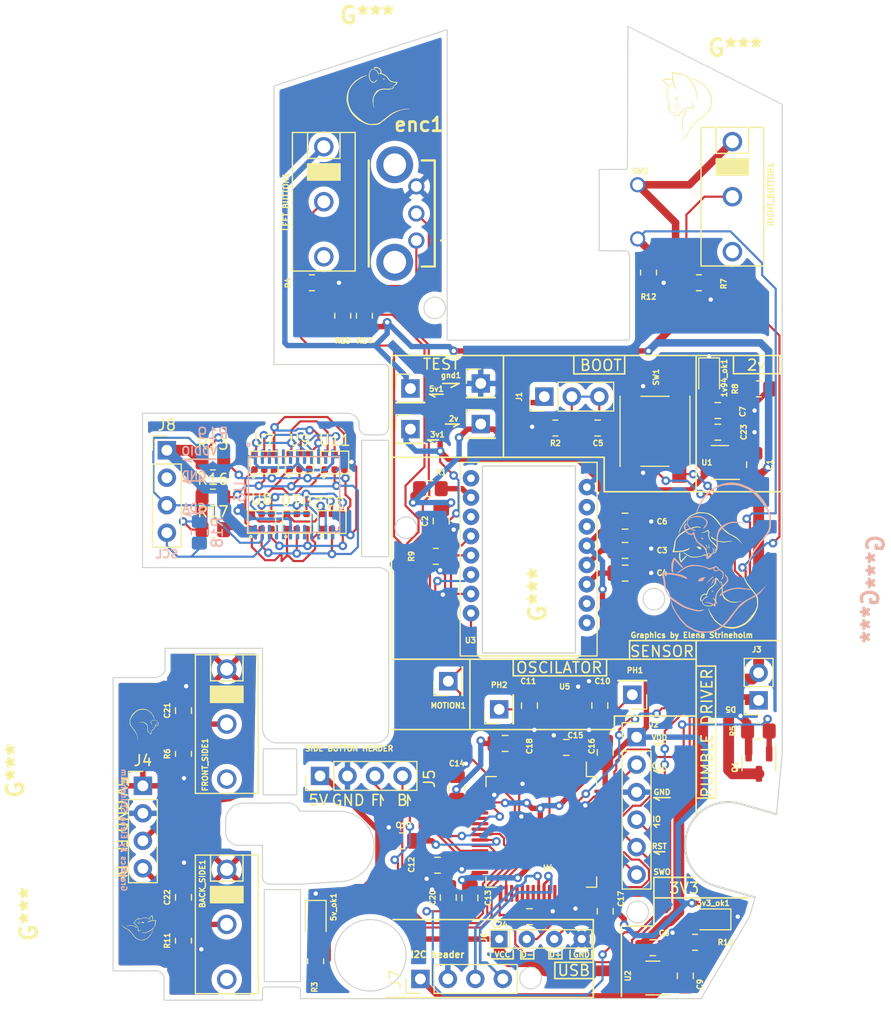
<source format=kicad_pcb>
(kicad_pcb (version 20211014) (generator pcbnew)
  (layers (0 "F.Cu" signal) (31 "B.Cu" signal) (34 "B.Paste" user) (35 "F.Paste" user) (36 "B.SilkS" user "B.Silkscreen") (37 "F.SilkS" user "F.Silkscreen") (38 "B.Mask" user) (39 "F.Mask" user) (44 "Edge.Cuts" user))
  (net 0 "")
  (net 1 "VDD")
  (net 2 "GND")
  (net 3 "Net-(1v94_ok1-Pad2)")
  (net 4 "VDDIO")
  (net 5 "Net-(3v3_ok1-Pad2)")
  (net 6 "Net-(5v_ok1-Pad2)")
  (net 7 "VDDPIX")
  (net 8 "NRST")
  (net 9 "PH0")
  (net 10 "PH1")
  (net 11 "Net-(C12-Pad1)")
  (net 12 "BOOT0")
  (net 13 "SWDCLK")
  (net 14 "SWDIO")
  (net 15 "SWO")
  (net 16 "SDA")
  (net 17 "SCL")
  (net 18 "MOTION")
  (net 19 "LEDP")
  (net 20 "SPI2_MISO")
  (net 25 "SPI2_MOSI")
  (net 27 "SPI2_SCK")
  (net 28 "SPI2_NCS")
  (net 36 "D-")
  (net 37 "D+")
  (net 43 "BACK_STATE")
  (net 44 "Net-(D5-Pad2)")
  (net 45 "RUMBLE")
  (net 46 "PHASE_A")
  (net 47 "PHASE_B")
  (net 56 "Net-(C18-Pad1)")
  (net 68 "WHEEL_BUTTON")
  (net 69 "+5V")
  (net 70 "LEFT_STATE")
  (net 71 "RIGHT_STATE")
  (net 72 "FRONT_STATE")
  (net 73 "Net-(C23-Pad1)")
  (net 74 "VDDB")
  (net 75 "VDDG")
  (net 76 "VDDR")
  (net 82 "PWM0")
  (net 83 "PWM1")
  (net 84 "PWM2")
  (net 85 "PWM3")
  (net 86 "PWM4")
  (net 87 "PWM5")
  (net 88 "PWM6")
  (net 89 "PWM7")
  (footprint "Connector_PinHeader_2.54mm:PinHeader_1x01_P2.54mm_Vertical" (layer "F.Cu") (at 102.5 57.5)
    (fp_text reference "gnd1")
    (fp_text value "GND_TEST")
  )
  (footprint "mouse:PMW3389DM-T3QU" (layer "F.Cu") (at 101.59808 78.718068 -90)
    (fp_text reference "U3")
    (fp_text value "PWM3389DM-T3QU")
    (fp_rect (start -13.59 -9.65) (end 3.67 -1.05) (layer "Edge.Cuts") (width 0.12) (fill none))
  )
  (footprint "Resistor_SMD:R_0805_2012Metric_Pad1.20x1.40mm_HandSolder" (layer "F.Cu") (at 75.0325 91.7125 90)
    (fp_text reference "R6")
    (fp_text value "4.7k")
  )
  (footprint "LOGO" (layer "F.Cu") (at 119 34.75)
    (fp_text reference "G***")
    (fp_text value "LOGO" hide)
  )
  (footprint "mouse:D2F-01F" (layer "F.Cu") (at 79.0325 107.4625)
    (fp_text reference "BACK_SIDE1")
    (fp_text value "D2F-01F")
  )
  (footprint "mouse:EC10E1220505" (layer "F.Cu") (at 96.55 44.3 90)
    (fp_text reference "enc1")
    (fp_text value "EC10E1220505" hide)
  )
  (footprint "Resistor_SMD:R_0805_2012Metric_Pad1.20x1.40mm_HandSolder" (layer "F.Cu") (at 97.84808 67.218068)
    (fp_text reference "R1")
    (fp_text value "13")
  )
  (footprint "Connector_PinHeader_2.54mm:PinHeader_1x04_P2.54mm_Vertical" (layer "F.Cu") (at 96.92 112.5 90)
    (fp_text reference "J7")
    (fp_text value "i2c header")
  )
  (footprint "Capacitor_SMD:C_0805_2012Metric_Pad1.18x1.45mm_HandSolder" (layer "F.Cu") (at 110.39808 91.118068 180)
    (fp_text reference "C15")
    (fp_text value "4.7u")
  )
  (footprint "Capacitor_SMD:C_0805_2012Metric_Pad1.18x1.45mm_HandSolder" (layer "F.Cu") (at 113.99808 91.580568 90)
    (fp_text reference "C16")
    (fp_text value "4.7u")
  )
  (footprint "Button_Switch_SMD:SW_Push_1P1T_NO_6x6mm_H9.5mm" (layer "F.Cu") (at 118.59808 61.918068 -90)
    (fp_text reference "SW1")
    (fp_text value "RND 210-00210")
  )
  (footprint "Capacitor_SMD:C_0805_2012Metric_Pad1.18x1.45mm_HandSolder" (layer "F.Cu") (at 107 87.25 90)
    (fp_text reference "C11")
    (fp_text value "18p")
  )
  (footprint "Resistor_SMD:R_0805_2012Metric_Pad1.20x1.40mm_HandSolder" (layer "F.Cu") (at 77.75 71)
    (fp_text reference "R17")
    (fp_text value "8.2")
  )
  (footprint "LOGO" (layer "F.Cu") (at 69.5 106.5 -90)
    (fp_text reference "G***")
    (fp_text value "LOGO" hide)
  )
  (footprint "Resistor_SMD:R_0805_2012Metric_Pad1.20x1.40mm_HandSolder" (layer "F.Cu") (at 91.75 51.25 -90)
    (fp_text reference "R14")
    (fp_text value "10k")
  )
  (footprint "LED_SMD:LED_0805_2012Metric_Pad1.15x1.40mm_HandSolder" (layer "F.Cu") (at 87.25 107.1125 -90)
    (fp_text reference "5v_ok1")
    (fp_text value "D597-5111-407F3")
  )
  (footprint "Package_QFP:LQFP-64_10x10mm_P0.5mm" (layer "F.Cu") (at 108.09808 98.918068 -90)
    (fp_text reference "U4")
    (fp_text value "STM32F401RBTx")
  )
  (footprint "Capacitor_SMD:C_0805_2012Metric_Pad1.18x1.45mm_HandSolder" (layer "F.Cu") (at 75.0325 87.7125 -90)
    (fp_text reference "C21")
    (fp_text value "10u")
  )
  (footprint "Capacitor_SMD:C_0805_2012Metric_Pad1.18x1.45mm_HandSolder" (layer "F.Cu") (at 104.75 90.75 180)
    (fp_text reference "C18")
    (fp_text value "4.7u")
  )
  (footprint "LED_SMD:LED_0805_2012Metric_Pad1.15x1.40mm_HandSolder" (layer "F.Cu") (at 123.75 107 180)
    (fp_text reference "3v3_ok1")
    (fp_text value "D597-5111-407F3")
  )
  (footprint "Capacitor_SMD:C_0805_2012Metric_Pad1.18x1.45mm_HandSolder" (layer "F.Cu") (at 127.8 65 90)
    (fp_text reference "C1")
    (fp_text value "4u7")
  )
  (footprint "mouse:SOD-323HE" (layer "F.Cu") (at 125.6 85.8 -90)
    (fp_text reference "D5")
    (fp_text value "SS16HE")
  )
  (footprint "Capacitor_SMD:C_0805_2012Metric_Pad1.18x1.45mm_HandSolder" (layer "F.Cu") (at 115.83558 75.018068)
    (fp_text reference "C4")
    (fp_text value "4u7")
  )
  (footprint "mouse:LFXTAL055951" (layer "F.Cu") (at 110.25 87.5 180)
    (fp_text reference "U5")
    (fp_text value "LFXTAL055951")
  )
  (footprint "Capacitor_SMD:C_0805_2012Metric_Pad1.18x1.45mm_HandSolder" (layer "F.Cu") (at 99.5 104.9875 -90)
    (fp_text reference "C20")
    (fp_text value "10u")
  )
  (footprint "Package_TO_SOT_SMD:SOT-23" (layer "F.Cu") (at 118.39808 112.418068 180)
    (fp_text reference "U2")
    (fp_text value "TS3480CX33 RFG")
  )
  (footprint "Package_TO_SOT_SMD:SOT-23-5" (layer "F.Cu") (at 124.6 64.8 180)
    (fp_text reference "U1")
    (fp_text value "LP2985IM5-2.0/NOPB")
  )
  (footprint "Resistor_SMD:R_0805_2012Metric_Pad1.20x1.40mm_HandSolder" (layer "F.Cu") (at 122.29808 109.118068 180)
    (fp_text reference "R10")
    (fp_text value "1k")
  )
  (footprint "LOGO" (layer "F.Cu") (at 71 90.5 -90)
    (fp_text reference "G***")
    (fp_text value "LOGO" hide)
  )
  (footprint "mouse:RND_135-00249" (layer "F.Cu") (at 82.25 70.25 90)
    (fp_text reference "U8")
    (fp_text value "RND 135-00249")
  )
  (footprint "mouse:D2F-01F" (layer "F.Cu") (at 87.99808 40.718068)
    (fp_text reference "LEFT_BUTTON1")
    (fp_text value "D2F-01F")
  )
  (footprint "Capacitor_SMD:C_0805_2012Metric_Pad1.18x1.45mm_HandSolder" (layer "F.Cu") (at 98.84808 70.218068 -90)
    (fp_text reference "C2")
    (fp_text value "10u")
  )
  (footprint "Capacitor_SMD:C_0805_2012Metric_Pad1.18x1.45mm_HandSolder" (layer "F.Cu") (at 100.3 94.85 90)
    (fp_text reference "C14")
    (fp_text value "4.7u")
  )
  (footprint "Resistor_SMD:R_0805_2012Metric_Pad1.20x1.40mm_HandSolder" (layer "F.Cu") (at 77.75 64.75)
    (fp_text reference "R13")
    (fp_text value "680m")
  )
  (footprint "Capacitor_SMD:C_0805_2012Metric_Pad1.18x1.45mm_HandSolder" (layer "F.Cu") (at 113.5 87.25 -90)
    (fp_text reference "C10")
    (fp_text value "18p")
  )
  (footprint "LOGO" (layer "F.Cu") (at 96 31.75)
    (fp_text reference "G***")
    (fp_text value "LOGO" hide)
  )
  (footprint "Connector_PinHeader_2.54mm:PinHeader_1x01_P2.54mm_Vertical" (layer "F.Cu") (at 96 61.718068)
    (fp_text reference "3v1")
    (fp_text value "3v3_TEST")
  )
  (footprint "mouse:USB_2.45" (layer "F.Cu") (at 106.75 111.355)
    (fp_text reference "J6")
    (fp_text value "USB_OTG_custom")
  )
  (footprint "Resistor_SMD:R_0805_2012Metric_Pad1.20x1.40mm_HandSolder" (layer "F.Cu") (at 89.75 51.25 -90)
    (fp_text reference "R15")
    (fp_text value "10k")
  )
  (footprint "Capacitor_SMD:C_0805_2012Metric_Pad1.18x1.45mm_HandSolder" (layer "F.Cu") (at 95.25 99.75)
    (fp_text reference "C19")
    (fp_text value "10u")
  )
  (footprint "Connector_PinHeader_2.54mm:PinHeader_1x04_P2.54mm_Vertical" (layer "F.Cu") (at 87.65 93.75 90)
    (fp_text reference "J5")
    (fp_text value "Conn_01x04_Male")
  )
  (footprint "mouse:RND_135-00249" (layer "F.Cu") (at 85.75 64.7 90)
    (fp_text reference "U9")
    (fp_text value "RND 135-00249")
  )
  (footprint "mouse:RND_135-00249" (layer "F.Cu") (at 89 64.75 90)
    (fp_text reference "U11")
    (fp_text value "RND 135-00249")
  )
  (footprint "Connector_PinHeader_2.54mm:PinHeader_1x01_P2.54mm_Vertical" (layer "F.Cu") (at 102.5 61.25)
    (fp_text reference "2v")
    (fp_text value "1v94_TEST")
  )
  (footprint "Connector_PinHeader_2.54mm:PinHeader_1x04_P2.54mm_Vertical" (layer "F.Cu") (at 71.2825 94.6625)
    (fp_text reference "J4")
    (fp_text value "Conn_01x04_Male")
  )
  (footprint "Capacitor_SMD:C_0805_2012Metric_Pad1.18x1.45mm_HandSolder" (layer "F.Cu") (at 75.0325 104.9625 -90)
    (fp_text reference "C22")
    (fp_text value "10u")
  )
  (footprint "Capacitor_SMD:C_0805_2012Metric_Pad1.18x1.45mm_HandSolder" (layer "F.Cu") (at 107 106.75 180)
    (fp_text reference "C24")
    (fp_text value "10u")
  )
  (footprint "Resistor_SMD:R_0805_2012Metric_Pad1.20x1.40mm_HandSolder" (layer "F.Cu") (at 118 47.25 90)
    (fp_text reference "R12")
    (fp_text value "4.7k")
  )
  (footprint "Package_TO_SOT_SMD:SOT-23" (layer "F.Cu") (at 128.19808 92.618068 -90)
    (fp_text reference "Q1")
    (fp_text value "TSM2308CX RFG")
  )
  (footprint "Connector_PinHeader_2.54mm:PinHeader_1x01_P2.54mm_Vertical" (layer "F.Cu") (at 104.2 87.6 90)
    (fp_text reference "PH2")
    (fp_text value "PH1_TEST")
  )
  (footprint "Capacitor_SMD:C_0805_2012Metric_Pad1.18x1.45mm_HandSolder" (layer "F.Cu") (at 121.39808 112.218068 90)
    (fp_text reference "C9")
    (fp_text value "4u7")
  )
  (footprint "Resistor_SMD:R_0805_2012Metric_Pad1.20x1.40mm_HandSolder" (layer "F.Cu") (at 109.39808 61.618068 180)
    (fp_text reference "R2")
    (fp_text value "10k")
  )
  (footprint "Connector_PinHeader_2.54mm:PinHeader_1x03_P2.54mm_Vertical" (layer "F.Cu") (at 108.37308 58.718068 90)
    (fp_text reference "J1")
    (fp_text value "RND 205-00624")
  )
  (footprint "LOGO" (layer "F.Cu") (at 126.25 74.25 90)
    (fp_text reference "G***")
    (fp_text value "LOGO" hide)
  )
  (footprint "mouse:RND_135-00249" (layer "F.Cu") (at 88.75 70.25 90)
    (fp_text reference "U12")
    (fp_text value "RND 135-00249")
  )
  (footprint "LED_SMD:LED_0805_2012Metric_Pad1.15x1.40mm_HandSolder" (layer "F.Cu") (at 123.6 57 -90)
    (fp_text reference "1v94_ok1")
    (fp_text value "D597-5111-407F3")
  )
  (footprint "Capacitor_SMD:C_0805_2012Metric_Pad1.18x1.45mm_HandSolder" (layer "F.Cu") (at 101.49808 105.018068 -90)
    (fp_text reference "C13")
    (fp_text value "4.7u")
  )
  (footprint "Resistor_SMD:R_0805_2012Metric_Pad1.20x1.40mm_HandSolder" (layer "F.Cu") (at 98.34808 73.468068)
    (fp_text reference "R9")
    (fp_text value "10k")
  )
  (footprint "mouse:D2F-01F" (layer "F.Cu") (at 79.0325 88.9625)
    (fp_text reference "FRONT_SIDE1")
    (fp_text value "D2F-01F")
  )
  (footprint "Connector_PinHeader_2.54mm:PinHeader_1x01_P2.54mm_Vertical" (layer "F.Cu") (at 96 57.968068)
    (fp_text reference "5v1")
    (fp_text value "5v_TEST")
  )
  (footprint "Capacitor_SMD:C_0805_2012Metric_Pad1.18x1.45mm_HandSolder" (layer "F.Cu") (at 115.83558 72.918068)
    (fp_text reference "C3")
    (fp_text value "10u")
  )
  (footprint "Capacitor_SMD:C_0805_2012Metric_Pad1.18x1.45mm_HandSolder" (layer "F.Cu") (at 124.4 62)
    (fp_text reference "C23")
    (fp_text value "4u7")
  )
  (footprint "Capacitor_SMD:C_0805_2012Metric_Pad1.18x1.45mm_HandSolder" (layer "F.Cu") (at 98.5 102 180)
    (fp_text reference "C12")
    (fp_text value "4.7u")
  )
  (footprint "mouse:D2F-01F" (layer "F.Cu") (at 125.75 40.25)
    (fp_text reference "RIGHT_BUTTON1")
    (fp_text value "D2F-01F")
  )
  (footprint "Connector_PinHeader_2.54mm:PinHeader_1x01_P2.54mm_Vertical" (layer "F.Cu") (at 116.5 86.25 180)
    (fp_text reference "PH1")
    (fp_text value "PH0_TEST")
  )
  (footprint "Resistor_SMD:R_0805_2012Metric_Pad1.20x1.40mm_HandSolder" (layer "F.Cu") (at 87.25 110.8625 90)
    (fp_text reference "R3")
    (fp_text value "1k")
  )
  (footprint "Capacitor_SMD:C_0805_2012Metric_Pad1.18x1.45mm_HandSolder" (layer "F.Cu") (at 114 106.25 -90)
    (fp_text reference "C17")
    (fp_text value "4.7u")
  )
  (footprint "mouse:RND_135-00249" (layer "F.Cu") (at 82.5 64.75 90)
    (fp_text reference "U7")
    (fp_text value "RND 135-00249")
  )
  (footprint "Resistor_SMD:R_0805_2012Metric_Pad1.20x1.40mm_HandSolder" (layer "F.Cu") (at 86.9 48.2 180)
    (fp_text reference "R4")
    (fp_text value "4.7k")
  )
  (footprint "Resistor_SMD:R_0805_2012Metric_Pad1.20x1.40mm_HandSolder" (layer "F.Cu") (at 128.15 89.6 180)
    (fp_text reference "R5")
    (fp_text value "10k")
  )
  (footprint "Capacitor_SMD:C_0805_2012Metric_Pad1.18x1.45mm_HandSolder" (layer "F.Cu") (at 124.4 60)
    (fp_text reference "C7")
    (fp_text value "4u7")
  )
  (footprint "Capacitor_SMD:C_0805_2012Metric_Pad1.18x1.45mm_HandSolder" (layer "F.Cu") (at 115.83558 70.218068)
    (fp_text reference "C6")
    (fp_text value "10u")
  )
  (footprint "Connector_PinHeader_2.54mm:PinHeader_1x06_P2.54mm_Vertical" (layer "F.Cu") (at 116.89808 90.168068)
    (fp_text reference "J2")
    (fp_text value "RND 205-00627")
  )
  (footprint "mouse:RND_135-00249" (layer "F.Cu") (at 85.5 70.25 90)
    (fp_text reference "U10")
    (fp_text value "RND 135-00249")
  )
  (footprint "Capacitor_SMD:C_0805_2012Metric_Pad1.18x1.45mm_HandSolder" (layer "F.Cu") (at 113.29808 61.618068)
    (fp_text reference "C5")
    (fp_text value "100n")
  )
  (footprint "Capacitor_SMD:C_0805_2012Metric_Pad1.18x1.45mm_HandSolder" (layer "F.Cu") (at 118.39808 109.618068)
    (fp_text reference "C8")
    (fp_text value "4u7")
  )
  (footprint "Connector_PinHeader_2.54mm:PinHeader_1x04_P2.54mm_Vertical" (layer "F.Cu") (at 73.5 63.67)
    (fp_text reference "J8")
    (fp_text value "i2c header")
  )
  (footprint "Resistor_SMD:R_0805_2012Metric_Pad1.20x1.40mm_HandSolder" (layer "F.Cu") (at 128.2 58 180)
    (fp_text reference "R8")
    (fp_text value "56")
  )
  (footprint "Connector_PinHeader_2.54mm:PinHeader_1x01_P2.54mm_Vertical" (layer "F.Cu") (at 99.5 85 90)
    (fp_text reference "MOTION1")
    (fp_text value "MOTION_TEST")
  )
  (footprint "mouse:evqP0E07" (layer "F.Cu") (at 117 41.65)
    (fp_text reference "SW2")
    (fp_text value "SW_Push")
  )
  (footprint "Resistor_SMD:R_0805_2012Metric_Pad1.20x1.40mm_HandSolder" (layer "F.Cu") (at 77.75 68)
    (fp_text reference "R16")
    (fp_text value "680m")
  )
  (footprint "Resistor_SMD:R_0805_2012Metric_Pad1.20x1.40mm_HandSolder" (layer "F.Cu") (at 122.65 48.2 180)
    (fp_text reference "R7")
    (fp_text value "4.7k")
  )
  (footprint "Resistor_SMD:R_0805_2012Metric_Pad1.20x1.40mm_HandSolder" (layer "F.Cu") (at 75.0325 108.9625 90)
    (fp_text reference "R11")
    (fp_text value "4.7k")
  )
  (footprint "Connector_PinSocket_2.54mm:PinSocket_1x02_P2.54mm_Vertical" (layer "F.Cu") (at 128.17308 86.768068 180)
    (fp_text reference "J3")
    (fp_text value "Motor con")
  )
  (footprint "mouse:TSSOP-24" (layer "B.Cu") (at 81.675 64.2625 -90)
    (fp_text reference "U6")
    (fp_text value "9DB403DGLFT")
  )
  (footprint "LOGO" (layer "B.Cu") (at 126.5 75.5 -90)
    (fp_text reference "G***")
    (fp_text value "LOGO" hide)
  )
  (footprint "Resistor_SMD:R_0805_2012Metric_Pad1.20x1.40mm_HandSolder" (layer "B.Cu") (at 77.75 63.75 180)
    (fp_text reference "R19")
    (fp_text value "10k")
  )
  (footprint "Resistor_SMD:R_0805_2012Metric_Pad1.20x1.40mm_HandSolder" (layer "B.Cu") (at 76.5 71.25 90)
    (fp_text reference "R18")
    (fp_text value "10k")
  )
  (footprint "LOGO" (layer "B.Cu") (at 128.25 73.25 -90)
    (fp_text reference "G***")
    (fp_text value "LOGO" hide)
  )
  (gr_line (start 77 66.5) (end 75 66.5) (layer "B.SilkS") (width 0.15))
  (gr_line (start 75 66.5) (end 75.75 66.75) (layer "B.SilkS") (width 0.15))
  (gr_line (start 75 64.5) (end 75.75 64.75) (layer "B.SilkS") (width 0.15))
  (gr_line (start 76.75 69.5) (end 75 69.5) (layer "B.SilkS") (width 0.15))
  (gr_line (start 75 69.5) (end 75.75 69.75) (layer "B.SilkS") (width 0.15))
  (gr_line (start 77.75 64.5) (end 75 64.5) (layer "B.SilkS") (width 0.15))
  (gr_line (start 122.4 83.6) (end 124.2 83.6) (layer "F.SilkS") (width 0.15))
  (gr_line (start 100.5 57.5) (end 99.75 57.875) (layer "F.SilkS") (width 0.15))
  (gr_line (start 122.39808 54.918068) (end 130.24808 54.918068) (layer "F.SilkS") (width 0.15))
  (gr_line (start 114.84808 88.218068) (end 122.34808 88.218068) (layer "F.SilkS") (width 0.15))
  (gr_line (start 104.59808 54.918068) (end 94.25 54.918068) (layer "F.SilkS") (width 0.15))
  (gr_line (start 116.25 81.25) (end 122.4 81.25) (layer "F.SilkS") (width 0.15))
  (gr_line (start 109.34808 110.968068) (end 112.84808 110.968068) (layer "F.SilkS") (width 0.15))
  (gr_line (start 108.8 110.65) (end 110 110.65) (layer "F.SilkS") (width 0.15))
  (gr_line (start 112.89808 107.018068) (end 94.39808 107.018068) (layer "F.SilkS") (width 0.15))
  (gr_line (start 107.4 110.65) (end 107.4 109.85) (layer "F.SilkS") (width 0.15))
  (gr_line (start 122.39808 67.5) (end 122.39808 57.018068) (layer "F.SilkS") (width 0.15))
  (gr_line (start 118.5 98.25) (end 118.75 98.5) (layer "F.SilkS") (width 0.15))
  (gr_line (start 124.2 83.6) (end 124.2 95.8) (layer "F.SilkS") (width 0.15))
  (gr_line (start 119.5 93.25) (end 118.5 93.25) (layer "F.SilkS") (width 0.15))
  (gr_line (start 130.2 67.5) (end 113.89808 67.5) (layer "F.SilkS") (width 0.15))
  (gr_line (start 106.2 109.85) (end 106.2 110.65) (layer "F.SilkS") (width 0.15))
  (gr_line (start 111.09808 56.618068) (end 115.79808 56.618068) (layer "F.SilkS") (width 0.15))
  (gr_line (start 125.85 55) (end 125.85 56.6) (layer "F.SilkS") (width 0.15))
  (gr_line (start 118.5 95.75) (end 119 96) (layer "F.SilkS") (width 0.15))
  (gr_line (start 104.59808 64.318068) (end 94.25 64.318068) (layer "F.SilkS") (width 0.15))
  (gr_line (start 110 110.65) (end 110 109.85) (layer "F.SilkS") (width 0.15))
  (gr_line (start 114.125 84.5) (end 105.5 84.5) (layer "F.SilkS") (width 0.15))
  (gr_line (start 120 95.75) (end 118.5 95.75) (layer "F.SilkS") (width 0.15))
  (gr_line (start 103.4 109.85) (end 103.4 110.65) (layer "F.SilkS") (width 0.15))
  (gr_line (start 98.59808 62.718068) (end 97.59808 62.718068) (layer "F.SilkS") (width 0.15))
  (gr_line (start 97.77692 58.5) (end 98.27692 58.75) (layer "F.SilkS") (width 0.15))
  (gr_line (start 93.79808 114.218068) (end 112.89808 114.218068) (layer "F.SilkS") (width 0.15))
  (gr_line (start 122.39808 97.218068) (end 122.4 81.25) (layer "F.SilkS") (width 0.15))
  (gr_line (start 95.75 95.5) (end 96 96) (layer "F.SilkS") (width 0.15))
  (gr_line (start 118.5 100.75) (end 119 101) (layer "F.SilkS") (width 0.15))
  (gr_line (start 104.59808 64.318068) (end 104.59808 54.918068) (layer "F.SilkS") (width 0.15))
  (gr_line (start 127.19808 105.018068) (end 118.49808 105.018068) (layer "F.SilkS") (width 0.15))
  (gr_line (start 104.59808 54.918068) (end 122.09808 54.918068) (layer "F.SilkS") (width 0.15))
  (gr_line (start 97.59808 62.718068) (end 98.09808 62.968068) (layer "F.SilkS") (width 0.15))
  (gr_line (start 119.5 100.75) (end 118.5 100.75) (layer "F.SilkS") (width 0.15))
  (gr_line (start 103.4 110.65) (end 105.5 110.65) (layer "F.SilkS") (width 0.15))
  (gr_line (start 106.2 110.65) (end 107.4 110.65) (layer "F.SilkS") (width 0.15))
  (gr_line (start 119 98.25) (end 118.5 98.25) (layer "F.SilkS") (width 0.15))
  (gr_line (start 115.79808 56.618068) (end 115.79808 54.918068) (layer "F.SilkS") (width 0.15))
  (gr_line (start 125.85 56.6) (end 130.15 56.6) (layer "F.SilkS") (width 0.15))
  (gr_line (start 114.84808 89.468068) (end 114.84808 88.718068) (layer "F.SilkS") (width 0.15))
  (gr_line (start 124.2 95.8) (end 122.4 95.8) (layer "F.SilkS") (width 0.15))
  (gr_line (start 122.4 81.25) (end 130.2 81.25) (layer "F.SilkS") (width 0.15))
  (gr_line (start 68.7825 100.4625) (end 69.7825 100.4625) (layer "F.SilkS") (width 0.15))
  (gr_line (start 118.5 93.25) (end 119.5 93.25) (layer "F.SilkS") (width 0.15))
  (gr_line (start 122.39808 54.918068) (end 122.39808 57.018068) (layer "F.SilkS") (width 0.15))
  (gr_line (start 110.75 109.85) (end 110.75 110.65) (layer "F.SilkS") (width 0.15))
  (gr_line (start 99 57.5) (end 100.5 57.5) (layer "F.SilkS") (width 0.15))
  (gr_line (start 111.09808 54.918068) (end 111.09808 56.618068) (layer "F.SilkS") (width 0.15))
  (gr_line (start 93.25 96.5) (end 93.25 95.5) (layer "F.SilkS") (width 0.15))
  (gr_line (start 109.34808 112.468068) (end 109.34808 110.968068) (layer "F.SilkS") (width 0.15))
  (gr_line (start 113.89808 67.5) (end 113.89808 64.318068) (layer "F.SilkS") (width 0.15))
  (gr_line (start 94.25 89.468068) (end 114.84808 89.468068) (layer "F.SilkS") (width 0.15))
  (gr_line (start 69.7825 102.9625) (end 69.2825 103.2125) (layer "F.SilkS") (width 0.15))
  (gr_line (start 68.7825 102.9625) (end 69.7825 102.9625) (layer "F.SilkS") (width 0.15))
  (gr_line (start 105.5 84.5) (end 105.5 83) (layer "F.SilkS") (width 0.15))
  (gr_line (start 115.49808 107.618068) (end 115.49808 114.118068) (layer "F.SilkS") (width 0.15))
  (gr_line (start 130.15 56.6) (end 130.15 55) (layer "F.SilkS") (width 0.15))
  (gr_line (start 114.125 84.5) (end 114.125 83) (layer "F.SilkS") (width 0.15))
  (gr_line (start 93.25 95.5) (end 93.5 96) (layer "F.SilkS") (width 0.15))
  (gr_line (start 69.7825 100.4625) (end 69.2825 100.7125) (layer "F.SilkS") (width 0.15))
  (gr_line (start 99.02692 58.5) (end 97.77692 58.5) (layer "F.SilkS") (width 0.15))
  (gr_line (start 108.8 109.85) (end 108.8 110.65) (layer "F.SilkS") (width 0.15))
  (gr_line (start 116.25 83) (end 116.25 81.25) (layer "F.SilkS") (width 0.15))
  (gr_line (start 114.84808 88.718068) (end 114.84808 88.218068) (layer "F.SilkS") (width 0.15))
  (gr_line (start 100.5 61.25) (end 100 61.5) (layer "F.SilkS") (width 0.15))
  (gr_line (start 119.5 90.75) (end 118.5 90.75) (layer "F.SilkS") (width 0.15))
  (gr_line (start 122.09808 54.918068) (end 122.39808 54.918068) (layer "F.SilkS") (width 0.15))
  (gr_line (start 101.5 83) (end 101.5 89.468068) (layer "F.SilkS") (width 0.15))
  (gr_line (start 99.25 61.25) (end 100.5 61.25) (layer "F.SilkS") (width 0.15))
  (gr_line (start 118.49808 105.018068) (end 118.49808 103.118068) (layer "F.SilkS") (width 0.15))
  (gr_line (start 112.84808 112.468068) (end 109.34808 112.468068) (layer "F.SilkS") (width 0.15))
  (gr_line (start 112.75 110.65) (end 112.75 109.85) (layer "F.SilkS") (width 0.15))
  (gr_line (start 118.49808 103.118068) (end 122.25 103.118068) (layer "F.SilkS") (width 0.15))
  (gr_line (start 94.25 54.918068) (end 94.25 82.968068) (layer "F.SilkS") (width 0.15))
  (gr_line (start 112.89808 114.218068) (end 112.89808 107.018068) (layer "F.SilkS") (width 0.15))
  (gr_line (start 118.5 90.75) (end 119 91) (layer "F.SilkS") (width 0.15))
  (gr_line (start 118.49808 107.618068) (end 115.49808 107.618068) (layer "F.SilkS") (width 0.15))
  (gr_line (start 95.75 96.5) (end 95.75 95.5) (layer "F.SilkS") (width 0.15))
  (gr_line (start 94.25 82.968068) (end 122.34808 82.968068) (layer "F.SilkS") (width 0.15))
  (gr_line (start 113.89808 64.318068) (end 104.59808 64.318068) (layer "F.SilkS") (width 0.15))
  (gr_line (start 105.5 110.65) (end 105.5 109.85) (layer "F.SilkS") (width 0.15))
  (gr_line (start 118.5 93.25) (end 119 93.5) (layer "F.SilkS") (width 0.15))
  (gr_line (start 110.75 110.65) (end 112.75 110.65) (layer "F.SilkS") (width 0.15))
  (gr_line (start 118.49808 105.018068) (end 118.49808 107.618068) (layer "F.SilkS") (width 0.15))
  (gr_line (start 113.45 40.961932) (end 113.45 45.24) (layer "Edge.Cuts") (width 0.1))
  (gr_line (start 113.45 37.73) (end 113.45 40.961932) (layer "Edge.Cuts") (width 0.1))
  (gr_line (start 127.84808 104.968068) (end 124.34808 103.968068) (layer "Edge.Cuts") (width 0.2))
  (gr_arc (start 84.75 96.25) (mid 85.375 96.458333) (end 85.75 97) (layer "Edge.Cuts") (width 0.1))
  (gr_arc (start 80.25 100.1625) (mid 79.256047 99.768909) (end 78.9325 98.75) (layer "Edge.Cuts") (width 0.1))
  (gr_line (start 83.75 90.7) (end 86.25 90.7) (layer "Edge.Cuts") (width 0.1))
  (gr_arc (start 90.25 60.25) (mid 90.852273 60.488636) (end 91.25 61) (layer "Edge.Cuts") (width 0.1))
  (gr_line (start 85.84808 103.75) (end 83 103.75) (layer "Edge.Cuts") (width 0.1))
  (gr_line (start 130.34808 31.718068) (end 130.34808 50.818068) (layer "Edge.Cuts") (width 0.1))
  (gr_line (start 82.3325 96.2625) (end 82.3325 96.2625) (layer "Edge.Cuts") (width 0.1))
  (gr_line (start 95.14808 114.318068) (end 85.84808 114.318068) (layer "Edge.Cuts") (width 0.1))
  (gr_arc (start 124.34808 103.968068) (mid 121.505354 99.128894) (end 126.347008 96.290393) (layer "Edge.Cuts") (width 0.2))
  (gr_line (start 127.34808 106.718068) (end 127.84808 104.968068) (layer "Edge.Cuts") (width 0.1))
  (gr_arc (start 94 61.5) (mid 93.78033 62.03033) (end 93.25 62.25) (layer "Edge.Cuts") (width 0.1))
  (gr_line (start 122.84808 114.318068) (end 127.34808 106.718068) (layer "Edge.Cuts") (width 0.1))
  (gr_line (start 82.3325 114.4625) (end 81.8325 114.4625) (layer "Edge.Cuts") (width 0.1))
  (gr_arc (start 93.75 55.75) (mid 93.934017 55.970491) (end 94 56.25) (layer "Edge.Cuts") (width 0.1))
  (gr_line (start 99.39808 24.818068) (end 83.39808 30.018068) (layer "Edge.Cuts") (width 0.1))
  (gr_line (start 95.14808 114.318068) (end 122.84808 114.318068) (layer "Edge.Cuts") (width 0.1))
  (gr_arc (start 72.5 111.75) (mid 73.025929 111.97044) (end 73.2375 112.5) (layer "Edge.Cuts") (width 0.1))
  (gr_line (start 94 56.25) (end 94 60.5) (layer "Edge.Cuts") (width 0.1))
  (gr_line (start 85.84808 103.75) (end 89.39808 103.518068) (layer "Edge.Cuts") (width 0.1))
  (gr_circle (center 98.25 50.518068) (end 99.25 50.518068) (layer "Edge.Cuts") (width 0.1) (fill none))
  (gr_line (start 82.3325 100.1625) (end 80.25 100.1625) (layer "Edge.Cuts") (width 0.1))
  (gr_arc (start 82.3325 113.5) (mid 82.378246 113.349537) (end 82.5 113.25) (layer "Edge.Cuts") (width 0.1))
  (gr_arc (start 116.05 37.5) (mid 115.956741 37.689011) (end 115.75 37.73) (layer "Edge.Cuts") (width 0.1))
  (gr_line (start 73.2375 112.5) (end 73.2325 114.4625) (layer "Edge.Cuts") (width 0.1))
  (gr_line (start 116.25 53.25) (end 116.25 45.75) (layer "Edge.Cuts") (width 0.1))
  (gr_arc (start 99.5 53.5) (mid 99.369135 53.407576) (end 99.39808 53.25) (layer "Edge.Cuts") (width 0.1))
  (gr_line (start 83.39808 55.75) (end 83.39808 30.018068) (layer "Edge.Cuts") (width 0.1))
  (gr_line (start 116.1 24.518068) (end 130.34808 31.718068) (layer "Edge.Cuts") (width 0.1))
  (gr_line (start 94 89.5) (end 94 75) (layer "Edge.Cuts") (width 0.1))
  (gr_line (start 86.25 90.7) (end 87.75 90.7) (layer "Edge.Cuts") (width 0.1))
  (gr_line (start 82.3325 114.318068) (end 82.3325 113.5) (layer "Edge.Cuts") (width 0.1))
  (gr_circle (center 116.995316 106.318068) (end 117.995316 106.318068) (layer "Edge.Cuts") (width 0.1) (fill none))
  (gr_line (start 82.3325 89.25) (end 82.3325 81.9625) (layer "Edge.Cuts") (width 0.1))
  (gr_circle (center 107.09808 112.418068) (end 108.09808 112.418068) (layer "Edge.Cuts") (width 0.1) (fill none))
  (gr_arc (start 94 89.5) (mid 93.630731 90.366386) (end 92.75 90.7) (layer "Edge.Cuts") (width 0.1))
  (gr_arc (start 116 45.26) (mid 116.183889 45.474954) (end 116.25 45.75) (layer "Edge.Cuts") (width 0.1))
  (gr_line (start 80.0325 114.4625) (end 77.8325 114.4625) (layer "Edge.Cuts") (width 0.1))
  (gr_line (start 116.05 37.5) (end 116.1 24.518068) (layer "Edge.Cuts") (width 0.1))
  (gr_line (start 82.3325 103) (end 82.3325 100.2625) (layer "Edge.Cuts") (width 0.1))
  (gr_line (start 115.75 37.73) (end 113.45 37.73) (layer "Edge.Cuts") (width 0.1))
  (gr_line (start 99.39808 24.818068) (end 99.39808 53.25) (layer "Edge.Cuts") (width 0.1))
  (gr_line (start 82.3325 81.9625) (end 73.3325 81.9625) (layer "Edge.Cuts") (width 0.1))
  (gr_rect (start 85.84808 112.75) (end 82.5 104.25) (layer "Edge.Cuts") (width 0.1) (fill none))
  (gr_line (start 68.5325 111.7625) (end 72.5 111.75) (layer "Edge.Cuts") (width 0.1))
  (gr_arc (start 89.34808 97.018068) (mid 92.648175 100.242875) (end 89.39808 103.518068) (layer "Edge.Cuts") (width 0.1))
  (gr_arc (start 85.5 113.25) (mid 85.714278 113.318976) (end 85.84808 113.5) (layer "Edge.Cuts") (width 0.1))
  (gr_arc (start 116.25 53.25) (mid 116.176777 53.426777) (end 116 53.5) (layer "Edge.Cuts") (width 0.1))
  (gr_line (start 68.5325 84.6625) (end 68.5325 111.7625) (layer "Edge.Cuts") (width 0.1))
  (gr_line (start 93.25 62.25) (end 92 62.25) (layer "Edge.Cuts") (width 0.1))
  (gr_line (start 91.25 61) (end 91.25 61.5) (layer "Edge.Cuts") (width 0.1))
  (gr_line (start 87.75 90.7) (end 92.75 90.7) (layer "Edge.Cuts") (width 0.1))
  (gr_line (start 130.34808 50.818068) (end 130.34808 91.718068) (layer "Edge.Cuts") (width 0.1))
  (gr_line (start 85.5 113.25) (end 82.5 113.25) (layer "Edge.Cuts") (width 0.1))
  (gr_line (start 92 62.25) (end 92 62.25) (layer "Edge.Cuts") (width 0.1))
  (gr_rect (start 85.5 95.5) (end 82.40192 91.25) (layer "Edge.Cuts") (width 0.1) (fill none))
  (gr_line (start 116 45.26) (end 113.45 45.24) (layer "Edge.Cuts") (width 0.1))
  (gr_line (start 94 60.5) (end 94 61.5) (layer "Edge.Cuts") (width 0.1))
  (gr_arc (start 92 62.25) (mid 91.46967 62.03033) (end 91.25 61.5) (layer "Edge.Cuts") (width 0.1))
  (gr_line (start 73.2325 114.4625) (end 75.5325 114.4625) (layer "Edge.Cuts") (width 0.1))
  (gr_circle (center 118.49808 77.418068) (end 119.49808 77.418068) (layer "Edge.Cuts") (width 0.1) (fill none))
  (gr_arc (start 93 74.5) (mid 93.563569 74.622863) (end 94 75) (layer "Edge.Cuts") (width 0.1))
  (gr_line (start 85.84808 114.318068) (end 85.84808 113.5) (layer "Edge.Cuts") (width 0.1))
  (gr_line (start 82.3325 100.2625) (end 82.3325 100.1625) (layer "Edge.Cuts") (width 0.1))
  (gr_line (start 82.3325 96.2625) (end 84.75 96.25) (layer "Edge.Cuts") (width 0.1))
  (gr_line (start 82.3325 114.4625) (end 82.3325 114.318068) (layer "Edge.Cuts") (width 0.1))
  (gr_line (start 73.3325 81.9625) (end 73.3325 84) (layer "Edge.Cuts") (width 0.1))
  (gr_arc (start 73.3325 84) (mid 72.999406 84.435744) (end 72.5 84.6625) (layer "Edge.Cuts") (width 0.1))
  (gr_line (start 78.9325 98.75) (end 78.9325 97.75) (layer "Edge.Cuts") (width 0.1))
  (gr_line (start 129.82808 97.288068) (end 130.34808 91.718068) (layer "Edge.Cuts") (width 0.1))
  (gr_arc (start 83.75 90.7) (mid 82.716488 90.292482) (end 82.3325 89.25) (layer "Edge.Cuts") (width 0.1))
  (gr_line (start 80.5 96.259835) (end 82.3325 96.2625) (layer "Edge.Cuts") (width 0.1))
  (gr_line (start 99.5 53.5) (end 116 53.5) (layer "Edge.Cuts") (width 0.1))
  (gr_circle (center 95.59808 70.818068) (end 96.59808 70.818068) (layer "Edge.Cuts") (width 0.1) (fill none))
  (gr_line (start 75.5325 114.4625) (end 77.8325 114.4625) (layer "Edge.Cuts") (width 0.1))
  (gr_rect (start 91.5 73.5) (end 94 62.75) (layer "Edge.Cuts") (width 0.1) (fill none))
  (gr_line (start 129.82808 97.288068) (end 126.347008 96.290393) (layer "Edge.Cuts") (width 0.2))
  (gr_line (start 72.5 84.6625) (end 68.5325 84.6625) (layer "Edge.Cuts") (width 0.1))
  (gr_line (start 90.25 60.25) (end 71.25 60.25) (layer "Edge.Cuts") (width 0.1))
  (gr_line (start 80.0325 114.4625) (end 81.8325 114.4625) (layer "Edge.Cuts") (width 0.1))
  (gr_line (start 85.75 97) (end 89.34808 97.018068) (layer "Edge.Cuts") (width 0.1))
  (gr_line (start 83.39808 55.75) (end 93.75 55.75) (layer "Edge.Cuts") (width 0.1))
  (gr_line (start 71.25 60.25) (end 71.25 74.5) (layer "Edge.Cuts") (width 0.1))
  (gr_arc (start 83 103.75) (mid 82.49799 103.524751) (end 82.3325 103) (layer "Edge.Cuts") (width 0.1))
  (gr_line (start 71.25 74.5) (end 93 74.5) (layer "Edge.Cuts") (width 0.1))
  (gr_arc (start 78.9325 97.75) (mid 79.437437 96.711635) (end 80.5 96.259835) (layer "Edge.Cuts") (width 0.1))
  (gr_circle (center 92.29808 110.318068) (end 95.59808 110.318068) (layer "Edge.Cuts") (width 0.1) (fill none))
  (gr_text "SDA\n" (at 76 69) (layer "B.SilkS") (effects (font (size 0.75 0.75)) (justify mirror)))
  (gr_text "GND\n" (at 76 66) (layer "B.SilkS") (effects (font (size 0.75 0.75)) (justify mirror)))
  (gr_text "SCL\n" (at 73.5 73.25) (layer "B.SilkS") (effects (font (size 0.75 0.75)) (justify mirror)))
  (gr_text "Graphics by Elena Strineholm" (at 69.5325 98.75 -90) (layer "B.SilkS") (effects (font (size 0.5 0.5) (thickness 0.125)) (justify mirror)))
  (gr_text "VDDIO" (at 76.5 63.75) (layer "B.SilkS") (effects (font (size 0.75 0.75)) (justify mirror)))
  (gr_text "VDD" (at 118.99808 90.218068) (layer "F.SilkS") (effects (font (size 0.5 0.5) (thickness 0.125))))
  (gr_text "3V3" (at 121.29808 104.118068) (layer "F.SilkS") (effects (font (size 1 1))))
  (gr_text "B" (at 95.25 96) (layer "F.SilkS") (effects (font (size 1 1))))
  (gr_text "IO\n" (at 118.75 97.75) (layer "F.SilkS") (effects (font (size 0.5 0.5) (thickness 0.125))))
  (gr_text "I2C header" (at 98.5 110.25) (layer "F.SilkS") (effects (font (size 0.6 0.6))))
  (gr_text "SENSOR" (at 119.25 82.25) (layer "F.SilkS") (effects (font (size 1 1))))
  (gr_text "USB\n" (at 111.09808 111.718068) (layer "F.SilkS") (effects (font (size 1 1))))
  (gr_text "OSCILATOR" (at 109.75 83.75) (layer "F.SilkS") (effects (font (size 1 1))))
  (gr_text "B" (at 69.2825 102.4625 270) (layer "F.SilkS") (effects (font (size 1 1))))
  (gr_text "SIDE BUTTON HEADER" (at 90.34808 91.218068) (layer "F.SilkS") (effects (font (size 0.5 0.5) (thickness 0.125))))
  (gr_text "5V" (at 69.2825 94.7125 270) (layer "F.SilkS") (effects (font (size 1 1))))
  (gr_text "D+\n" (at 109.4 110.25) (layer "F.SilkS") (effects (font (size 0.5 0.5) (thickness 0.125))))
  (gr_text "VCC\n" (at 104.5 110.25) (layer "F.SilkS") (effects (font (size 0.5 0.5) (thickness 0.125))))
  (gr_text "RST" (at 119 100.25) (layer "F.SilkS") (effects (font (size 0.5 0.5) (thickness 0.125))))
  (gr_text "F" (at 92.75 96) (layer "F.SilkS") (effects (font (size 1 1))))
  (gr_text "TEST" (at 98.84808 55.718068) (layer "F.SilkS") (effects (font (size 1 1))))
  (gr_text "GND" (at 111.8 110.25) (layer "F.SilkS") (effects (font (size 0.5 0.5) (thickness 0.125))))
  (gr_text "GND\n" (at 90.25 96) (layer "F.SilkS") (effects (font (size 1 1))))
  (gr_text "2v" (at 127.95 55.8) (layer "F.SilkS") (effects (font (size 1 1))))
  (gr_text "RUMBLE DRIVER\n" (at 123.4 89.8 90) (layer "F.SilkS") (effects (font (size 1 1))))
  (gr_text "GND\n" (at 119.25 95.25) (layer "F.SilkS") (effects (font (size 0.5 0.5) (thickness 0.125))))
  (gr_text "CLK" (at 118.99808 92.818068) (layer "F.SilkS") (effects (font (size 0.5 0.5) (thickness 0.125))))
  (gr_text "GND\n" (at 69.2825 97.4625 270) (layer "F.SilkS") (effects (font (size 1 1))))
  (gr_text "F" (at 69.2825 99.9625 270) (layer "F.SilkS") (effects (font (size 1 1))))
  (gr_text "5V" (at 87.5 96) (layer "F.SilkS") (effects (font (size 1 1))))
  (gr_text "D-\n" (at 106.8 110.25) (layer "F.SilkS") (effects (font (size 0.5 0.5) (thickness 0.125))))
  (gr_text "SWO" (at 119.25 102.618068) (layer "F.SilkS") (effects (font (size 0.5 0.5) (thickness 0.125))))
  (gr_text "BOOT" (at 113.59808 55.818068) (layer "F.SilkS") (effects (font (size 1 1))))
  (gr_text "Graphics by Elena Strineholm" (at 122 80.75) (layer "F.SilkS") (effects (font (size 0.5 0.5) (thickness 0.125))))
  (segment (start 122.32548 61.03702) (end 122.32548 64.61298) (width 0.5) (layer "F.Cu") (net 1))
  (segment (start 103.69808 61.718068) (end 105.780492 63.80048) (width 0.5) (layer "F.Cu") (net 1))
  (segment (start 105.780492 63.80048) (end 111.730246 63.80048) (width 0.5) (layer "F.Cu") (net 1))
  (segment (start 96.25 67.816148) (end 96.84808 67.218068) (width 0.5) (layer "F.Cu") (net 1))
  (segment (start 115.83606 67.906294) (end 115.83606 71.880088) (width 0.5) (layer "F.Cu") (net 1))
  (segment (start 115.264883 67.335117) (end 115.83606 67.906294) (width 0.5) (layer "F.Cu") (net 1))
  (segment (start 113.648086 72.918068) (end 112.298086 74.268068) (width 0.5) (layer "F.Cu") (net 1))
  (segment (start 102.34808 61.718068) (end 101.281932 61.718068) (width 0.5) (layer "F.Cu") (net 1))
  (segment (start 101.281932 61.718068) (end 100.5 62.5) (width 0.5) (layer "F.Cu") (net 1))
  (segment (start 111.730246 63.80048) (end 115.264883 67.335117) (width 0.5) (layer "F.Cu") (net 1))
  (segment (start 123.4 60) (end 123.3625 60) (width 0.5) (layer "F.Cu") (net 1))
  (segment (start 103.69808 61.718068) (end 102.968068 61.718068) (width 0.5) (layer "F.Cu") (net 1))
  (segment (start 102.34808 61.718068) (end 103.69808 61.718068) (width 0.5) (layer "F.Cu") (net 1))
  (segment (start 102.968068 61.718068) (end 102.5 61.25) (width 0.5) (layer "F.Cu") (net 1))
  (segment (start 123.3625 60) (end 122.32548 61.03702) (width 0.5) (layer "F.Cu") (net 1))
  (segment (start 123.4625 65.75) (end 121.877383 67.335117) (width 0.5) (layer "F.Cu") (net 1))
  (segment (start 128.05048 59.14952) (end 126.38879 59.14952) (width 0.5) (layer "F.Cu") (net 1))
  (segment (start 114.79808 72.918068) (end 113.648086 72.918068) (width 0.5) (layer "F.Cu") (net 1))
  (segment (start 121.877383 67.335117) (end 115.264883 67.335117) (width 0.5) (layer "F.Cu") (net 1))
  (segment (start 126.06475 58.82548) (end 124.57452 58.82548) (width 0.5) (layer "F.Cu") (net 1))
  (segment (start 96.25 68.5) (end 96.25 67.816148) (width 0.5) (layer "F.Cu") (net 1))
  (segment (start 99.069432 69.180568) (end 98.84808 69.180568) (width 0.5) (layer "F.Cu") (net 1))
  (segment (start 99.75 68.5) (end 99.069432 69.180568) (width 0.5) (layer "F.Cu") (net 1))
  (segment (start 124.57452 58.82548) (end 123.4 60) (width 0.5) (layer "F.Cu") (net 1))
  (segment (start 126.38879 59.14952) (end 126.06475 58.82548) (width 0.5) (layer "F.Cu") (net 1))
  (segment (start 122.32548 64.61298) (end 123.4625 65.75) (width 0.5) (layer "F.Cu") (net 1))
  (segment (start 115.83606 71.880088) (end 114.79808 72.918068) (width 0.5) (layer "F.Cu") (net 1))
  (segment (start 129.2 58) (end 128.05048 59.14952) (width 0.5) (layer "F.Cu") (net 1))
  (via (at 96.25 68.5) (size 0.8) (drill 0.4) (layers "F.Cu" "B.Cu") (net 1))
  (via (at 100.5 62.5) (size 0.8) (drill 0.4) (layers "F.Cu" "B.Cu") (net 1))
  (via (at 99.75 68.5) (size 0.8) (drill 0.4) (layers "F.Cu" "B.Cu") (net 1))
  (segment (start 100.5 62.5) (end 100.5 64.25) (width 0.5) (layer "B.Cu") (net 1))
  (segment (start 99.75 68.5) (end 96.25 68.5) (width 0.5) (layer "B.Cu") (net 1))
  (segment (start 100.5 64.25) (end 96.25 68.5) (width 0.5) (layer "B.Cu") (net 1))
  (segment (start 87.25 106.0875) (end 87.25 104.6125) (width 0.5) (layer "F.Cu") (net 2))
  (segment (start 97.4625 102) (end 97.4625 103.2125) (width 0.5) (layer "F.Cu") (net 2))
  (segment (start 109.75 88.3) (end 111.35 86.7) (width 0.2) (layer "F.Cu") (net 2))
  (segment (start 127.8 63.9625) (end 127.8 62) (width 0.7) (layer "F.Cu") (net 2))
  (segment (start 108.39808 61.618068) (end 109.5476 62.767588) (width 0.5) (layer "F.Cu") (net 2))
  (segment (start 109.36058 90.11058) (end 109.25 90) (width 0.2) (layer "F.Cu") (net 2))
  (segment (start 113.5 86) (end 112.5 85) (width 0.2) (layer "F.Cu") (net 2))
  (segment (start 123.65 49.65) (end 123.75 49.75) (width 0.2) (layer "F.Cu") (net 2))
  (segment (start 125.4375 62) (end 127.8 62) (width 0.7) (layer "F.Cu") (net 2))
  (segment (start 75.0325 109.9625) (end 76.4825 109.9625) (width 0.5) (layer "F.Cu") (net 2))
  (segment (start 102.42308 95.668068) (end 103.581932 95.668068) (width 0.2) (layer "F.Cu") (net 2))
  (segment (start 116.87308 72.918068) (end 118.081932 72.918068) (width 0.5) (layer "F.Cu") (net 2))
  (segment (start 100.430492 104.98798) (end 99.73798 104.98798) (width 0.5) (layer "F.Cu") (net 2))
  (segment (start 119.83558 109.618068) (end 121.39808 111.180568) (width 0.5) (layer "F.Cu") (net 2))
  (segment (start 112.957673 95.668068) (end 112.154714 96.471027) (width 0.2) (layer "F.Cu") (net 2))
  (segment (start 87.9 48.2) (end 89.4 48.2) (width 0.2) (layer "F.Cu") (net 2))
  (segment (start 117.306932 57.943068) (end 117.5 57.75) (width 0.2) (layer "F.Cu") (net 2))
  (segment (start 118.081932 72.918068) (end 118.25 72.75) (width 0.5) (layer "F.Cu") (net 2))
  (segment (start 100.75 102.367568) (end 100.9495 102.168068) (width 0.2) (layer "F.Cu") (net 2))
  (segment (start 116.87308 75.018068) (end 118.231932 75.018068) (width 0.5) (layer "F.Cu") (net 2))
  (segment (start 127.15 88.8505) (end 127.15 89.6) (width 0.7) (layer "F.Cu") (net 2))
  (segment (start 119.43558 109.015303) (end 119.43558 109.618068) (width 0.5) (layer "F.Cu") (net 2))
  (segment (start 109.15 88.3) (end 109.75 88.3) (width 0.2) (layer "F.Cu") (net 2))
  (segment (start 108.64858 106.75) (end 109.14858 106.25) (width 0.25) (layer "F.Cu") (net 2))
  (segment (start 100.3 93.45) (end 100.3 93.8125) (width 0.2) (layer "F.Cu") (net 2))
  (segment (start 116.87308 70.218068) (end 118.218068 70.218068) (width 0.5) (layer "F.Cu") (net 2))
  (segment (start 126.4995 88.2) (end 127.15 88.8505) (width 0.7) (layer "F.Cu") (net 2))
  (segment (start 94.2125 99.75) (end 94.2125 98.7125) (width 0.5) (layer "F.Cu") (net 2))
  (segment (start 111.8375 86.2125) (end 111.35 86.7) (width 0.2) (layer "F.Cu") (net 2))
  (segment (start 99.199511 76.800489) (end 99 77) (width 0.2) (layer "F.Cu") (net 2))
  (segment (start 106.050489 94.789993) (end 106.362372 94.47811) (width 0.2) (layer "F.Cu") (net 2))
  (segment (start 114 107.2875) (end 113.3575 107.2875) (width 0.5) (layer "F.Cu") (net 2))
  (segment (start 113.77308 95.668068) (end 112.957673 95.668068) (width 0.2) (layer "F.Cu") (net 2))
  (segment (start 75.0325 101.8125) (end 75.0825 101.7625) (width 0.5) (layer "F.Cu") (net 2))
  (segment (start 107.45098 89.5) (end 107.45098 88.73848) (width 0.2) (layer "F.Cu") (net 2))
  (segment (start 117.356932 65.893068) (end 116.34808 65.893068) (width 0.2) (layer "F.Cu") (net 2))
  (segment (start 123.6 55.975) (end 123.6 55) (width 0.7) (layer "F.Cu") (net 2))
  (segment (start 106.362372 94.47811) (end 106.362372 93.25736) (width 0.2) (layer "F.Cu") (net 2))
  (segment (start 127.15 89.6) (end 127.24808 89.69808) (width 0.7) (layer "F.Cu") (net 2))
  (segment (start 111.34808 105.90192) (end 111.25 106) (width 0.2) (layer "F.Cu") (net 2))
  (segment (start 127.24808 89.69808) (end 127.24808 91.680568) (width 0.7) (layer "F.Cu") (net 2))
  (segment (start 99.744432 71.255568) (end 100 71) (width 0.5) (layer "F.Cu") (net 2))
  (segment (start 118 48.25) (end 119.35 48.25) (width 0.7) (layer "F.Cu") (net 2))
  (segment (start 117.5 65.75) (end 117.356932 65.893068) (width 0.2) (layer "F.Cu") (net 2))
  (segment (start 99.5 104.75) (end 99.5 103.95) (width 0.5) (layer "F.Cu") (net 2))
  (segment (start 91 70.95048) (end 91 66.25) (width 0.2) (layer "F.Cu") (net 2))
  (segment (start 97.4625 103.2125) (end 97.5 103.25) (width 0.5) (layer "F.Cu") (net 2))
  (segment (start 120.21928 108.231603) (end 119.43558 109.015303) (width 0.5) (layer "F.Cu") (net 2))
  (segment (start 125.7375 64.8) (end 126.9625 64.8) (width 0.7) (layer "F.Cu") (net 2))
  (segment (start 106.362372 93.25736) (end 106.34808 93.243068) (width 0.2) (layer "F.Cu") (net 2))
  (segment (start 75.0325 93.9125) (end 75.0825 93.9625) (width 0.5) (layer "F.Cu") (net 2))
  (segment (start 113.5 86.2125) (end 111.8375 86.2125) (width 0.2) (layer "F.Cu") (net 2))
  (segment (start 111.35 86.7) (end 111.35 85.65) (width 0.2) (layer "F.Cu") (net 2))
  (segment (start 101.49808 106.055568) (end 100.430492 104.98798) (width 0.5) (layer "F.Cu") (net 2))
  (segment (start 118.218068 70.218068) (end 118.25 70.25) (width 0.5) (layer "F.Cu") (net 2))
  (segment (start 118.231932 75.018068) (end 118.25 75) (width 0.5) (layer "F.Cu") (net 2))
  (segment (start 125.4375 60) (end 127.8 60) (width 0.7) (layer "F.Cu") (net 2))
  (segment (start 119.35 48.25) (end 119.4 48.2) (width 0.7) (layer "F.Cu") (net 2))
  (segment (start 107.45098 88.73848) (end 107 88.2875) (width 0.2) (layer "F.Cu") (net 2))
  (segment (start 91 65.190833) (end 90.559167 64.75) (width 0.2) (layer "F.Cu") (net 2))
  (segment (start 91 66.25) (end 91 65.190833) (width 0.2) (layer "F.Cu") (net 2))
  (segment (start 98.3 103.95) (end 98 104.25) (width 0.5) (layer "F.Cu") (net 2))
  (segment (start 113.3575 107.2875) (end 111.83 108.815) (width 0.5) (layer "F.Cu") (net 2))
  (segment (start 123.65 48.2) (end 123.65 49.65) (width 0.2) (layer "F.Cu") (net 2))
  (segment (start 117.46058 112.418068) (end 120.16058 112.418068) (width 0.5) (layer "F.Cu") (net 2))
  (segment (start 116.34808 57.943068) (end 117.306932 57.943068) (width 0.2) (layer "F.Cu") (net 2))
  (segment (start 113.99808 90.543068) (end 113.543068 90.543068) (width 0.2) (layer "F.Cu") (net 2))
  (segment (start 75.2825 85.4625) (end 75.0325 85.7125) (width 0.5) (layer "F.Cu") (net 2))
  (segment (start 76.4825 109.9625) (end 76.6825 109.7625) (width 0.5) (layer "F.Cu") (net 2))
  (segment (start 111.34808 104.593068) (end 111.34808 105.90192) (width 0.2) (layer "F.Cu") (net 2))
  (segment (start 106.050489 97.300489) (end 106.050489 94.789993) (width 0.2) (layer "F.Cu") (net 2))
  (segment (start 107.368068 61.618068) (end 107.25 61.5) (width 0.5) (layer "F.Cu") (net 2))
  (segment (start 103.581932 95.668068) (end 103.75 95.5) (width 0.2) (layer "F.Cu") (net 2))
  (segment (start 94.2125 98.7125) (end 94 98.5) (width 0.5) (layer "F.Cu") (net 2))
  (segment (start 108.0375 106.75) (end 108.64858 106.75) (width 0.25) (layer "F.Cu") (net 2))
  (segment (start 101.130378 92.619622) (end 100.3 93.45) (width 0.2) (layer "F.Cu") (net 2))
  (segment (start 100.9495 102.168068) (end 102.42308 102.168068) (width 0.2) (layer "F.Cu") (net 2))
  (segment (start 120.16058 112.418068) (end 121.39808 111.180568) (width 0.5) (layer "F.Cu") (net 2))
  (segment (start 111.35 85.65) (end 111.5 85.5) (width 0.2) (layer "F.Cu") (net 2))
  (segment (start 108.39808 61.618068) (end 107.368068 61.618068) (width 0.5) (layer "F.Cu") (net 2))
  (segment (start 125.25 106.75) (end 126.25 106.75) (width 0.5) (layer "F.Cu") (net 2))
  (segment (start 75.0325 85.7125) (end 75.0325 86.675) (width 0.5) (layer "F.Cu") (net 2))
  (segment (start 90.45048 71.5) (end 91 70.95048) (width 0.2) (layer "F.Cu") (net 2))
  (segment (start 99.199511 75.199511) (end 99.199511 76.800489) (width 0.2) (layer "F.Cu") (net 2))
  (segment (start 113.543068 90.543068) (end 112.5 89.5) (width 0.2) (layer "F.Cu") (net 2))
  (segment (start 75.0325 92.7125) (end 75.0325 93.9125) (width 0.5) (layer "F.Cu") (net 2))
  (segment (start 98.84808 71.255568) (end 99.744432 71.255568) (width 0.5) (layer "F.Cu") (net 2))
  (segment (start 109.36058 91.118068) (end 109.36058 90.11058) (width 0.2) (layer "F.Cu") (net 2))
  (segment (start 124.981932 107.018068) (end 125.25 106.75) (width 0.5) (layer "F.Cu") (net 2))
  (segment (start 75.0325 103.925) (end 75.0325 101.8125) (width 0.5) (layer "F.Cu") (net 2))
  (segment (start 111.11106 62.767588) (end 112.26058 61.618068) (width 0.5) (layer "F.Cu") (net 2))
  (segment (start 98.75 74.75) (end 99.199511 75.199511) (width 0.2) (layer "F.Cu") (net 2))
  (segment (start 126.9625 64.8) (end 127.8 63.9625) (width 0.7) (layer "F.Cu") (net 2))
  (segment (start 99.5 103.95) (end 98.3 103.95) (width 0.5) (layer "F.Cu") (net 2))
  (segment (start 113.5 86.2125) (end 113.5 86) (width 0.2) (layer "F.Cu") (net 2))
  (segment (start 119.43558 109.618068) (end 119.83558 109.618068) (width 0.5) (layer "F.Cu") (net 2))
  (segment (start 99.73798 104.98798) (end 99.5 104.75) (width 0.5) (layer "F.Cu") (net 2))
  (segment (start 106.25 97.5) (end 106.050489 97.300489) (width 0.2) (layer "F.Cu") (net 2))
  (segment (start 109.5476 62.767588) (end 111.11106 62.767588) (width 0.5) (layer "F.Cu") (net 2))
  (via (at 123.75 49.75) (size 0.8) (drill 0.4) (layers "F.Cu" "B.Cu") (net 2))
  (via (at 98 104.25) (size 0.8) (drill 0.4) (layers "F.Cu" "B.Cu") (net 2))
  (via (at 97.5 103.25) (size 0.8) (drill 0.4) (layers "F.Cu" "B.Cu") (net 2))
  (via (at 127.8 60) (size 0.8) (drill 0.4) (layers "F.Cu" "B.Cu") (net 2))
  (via (at 75.0825 101.7625) (size 0.8) (drill 0.4) (layers "F.Cu" "B.Cu") (net 2))
  (via (at 117.5 65.75) (size 0.8) (drill 0.4) (layers "F.Cu" "B.Cu") (net 2))
  (via (at 90.45048 71.5) (size 0.8) (drill 0.4) (layers "F.Cu" "B.Cu") (net 2))
  (via (at 107.45098 89.5) (size 0.8) (drill 0.4) (layers "F.Cu" "B.Cu") (net 2))
  (via (at 126.25 106.75) (size 0.8) (drill 0.4) (layers "F.Cu" "B.Cu") (net 2))
  (via (at 100.75 102.367568) (size 0.8) (drill 0.4) (layers "F.Cu" "B.Cu") (net 2))
  (via (at 109.14858 106.25) (size 0.8) (drill 0.4) (layers "F.Cu" "B.Cu") (net 2))
  (via (at 118.25 75) (size 0.8) (drill 0.4) (layers "F.Cu" "B.Cu") (net 2))
  (via (at 120.21928 108.231603) (size 0.8) (drill 0.4) (layers "F.Cu" "B.Cu") (net 2))
  (via (at 111.5 85.5) (size 0.8) (drill 0.4) (layers "F.Cu" "B.Cu") (net 2))
  (via (at 127.8 62) (size 0.8) (drill 0.4) (layers "F.Cu" "B.Cu") (net 2))
  (via (at 90.559167 64.75) (size 0.8) (drill 0.4) (layers "F.Cu" "B.Cu") (net 2))
  (via (at 106.362372 94.47811) (size 0.8) (drill 0.4) (layers "F.Cu" "B.Cu") (net 2))
  (via (at 100 71) (size 0.8) (drill 0.4) (layers "F.Cu" "B.Cu") (net 2))
  (via (at 107.25 61.5) (size 0.8) (drill 0.4) (layers "F.Cu" "B.Cu") (net 2))
  (via (at 117.5 57.75) (size 0.8) (drill 0.4) (layers "F.Cu" "B.Cu") (net 2))
  (via (at 101.130378 92.619622) (size 0.8) (drill 0.4) (layers "F.Cu" "B.Cu") (net 2))
  (via (at 118.25 70.25) (size 0.8) (drill 0.4) (layers "F.Cu" "B.Cu") (net 2))
  (via (at 75.0825 93.9625) (size 0.8) (drill 0.4) (layers "F.Cu" "B.Cu") (net 2))
  (via (at 87.25 104.6125) (size 0.8) (drill 0.4) (layers "F.Cu" "B.Cu") (net 2))
  (via (at 94 98.5) (size 0.8) (drill 0.4) (layers "F.Cu" "B.Cu") (net 2))
  (via (at 76.6825 109.7625) (size 0.8) (drill 0.4) (layers "F.Cu" "B.Cu") (net 2))
  (via (at 118.25 72.75) (size 0.8) (drill 0.4) (layers "F.Cu" "B.Cu") (net 2))
  (via (at 98.75 74.75) (size 0.8) (drill 0.4) (layers "F.Cu" "B.Cu") (net 2))
  (via (at 112.5 85) (size 0.8) (drill 0.4) (layers "F.Cu" "B.Cu") (net 2))
  (via (at 109.25 90) (size 0.8) (drill 0.4) (layers "F.Cu" "B.Cu") (net 2))
  (via (at 89.4 48.2) (size 0.8) (drill 0.4) (layers "F.Cu" "B.Cu") (net 2))
  (via (at 75.2825 85.4625) (size 0.8) (drill 0.4) (layers "F.Cu" "B.Cu") (net 2))
  (via (at 103.75 95.5) (size 0.8) (drill 0.4) (layers "F.Cu" "B.Cu") (net 2))
  (via (at 99 77) (size 0.8) (drill 0.4) (layers "F.Cu" "B.Cu") (net 2))
  (via (at 119.4 48.2) (size 0.8) (drill 0.4) (layers "F.Cu" "B.Cu") (net 2))
  (via (at 126.4995 88.2) (size 0.8) (drill 0.4) (layers "F.Cu" "B.Cu") (net 2))
  (via (at 112.154714 96.471027) (size 0.8) (drill 0.4) (layers "F.Cu" "B.Cu") (net 2))
  (via (at 112.5 89.5) (size 0.8) (drill 0.4) (layers "F.Cu" "B.Cu") (net 2))
  (via (at 123.6 55) (size 0.8) (drill 0.4) (layers "F.Cu" "B.Cu") (net 2))
  (via (at 111.25 106) (size 0.8) (drill 0.4) (layers "F.Cu" "B.Cu") (net 2))
  (via (at 80.05098 69.25) (size 0.8) (drill 0.4) (layers "F.Cu" "B.Cu") (net 2))
  (via (at 106.25 97.5) (size 0.8) (drill 0.4) (layers "F.Cu" "B.Cu") (net 2))
  (segment (start 85.575 64.852506) (end 85.165486 65.26202) (width 0.25) (layer "B.Cu") (net 2))
  (segment (start 84.925 71.2375) (end 85.575 71.2375) (width 0.25) (layer "B.Cu") (net 2))
  (segment (start 86.222494 65.5) (end 85.575 64.852506) (width 0.25) (layer "B.Cu") (net 2))
  (segment (start 82.01202 65.26202) (end 81.675 64.925) (width 0.25) (layer "B.Cu") (net 2))
  (segment (start 80.05098 69.25) (end 80.80098 70) (width 0.25) (layer "B.Cu") (net 2))
  (segment (start 90.18798 71.2375) (end 90.45048 71.5) (width 0.2) (layer "B.Cu") (net 2))
  (segment (start 84.75 70) (end 84.925 70.175) (width 0.25) (layer "B.Cu") (net 2))
  (segment (start 85.575 64.2625) (end 85.575 64.852506) (width 0.25) (layer "B.Cu") (net 2))
  (segment (start 88.825 71.2375) (end 90.18798 71.2375) (width 0.2) (layer "B.Cu") (net 2))
  (segment (start 81.675 64.925) (end 81.675 64.2625) (width 0.25) (layer "B.Cu") (net 2))
  (segment (start 80.80098 70) (end 84.75 70) (width 0.25) (layer "B.Cu") (net 2))
  (segment (start 84.925 70.175) (end 84.925 71.2375) (width 0.25) (layer "B.Cu") (net 2))
  (segment (start 88.825 64.852506) (end 88.177506 65.5) (width 0.25) (layer "B.Cu") (net 2))
  (segment (start 88.825 64.2625) (end 88.825 64.852506) (width 0.25) (layer "B.Cu") (net 2))
  (segment (start 88.177506 65.5) (end 86.222494 65.5) (width 0.25) (layer "B.Cu") (net 2))
  (segment (start 85.165486 65.26202) (end 82.01202 65.26202) (width 0.25) (layer "B.Cu") (net 2))
  (segment (start 123.625 58) (end 123.6 58.025) (width 0.5) (layer "F.Cu") (net 3))
  (segment (start 127.2 58) (end 123.625 58) (width 0.5) (layer "F.Cu") (net 3))
  (segment (start 111.440496 64.5) (end 99.5 64.5) (width 0.5) (layer "F.Cu") (net 4))
  (segment (start 100.25 95.8375) (end 100.3 95.8875) (width 0.5) (layer "F.Cu") (net 4))
  (segment (start 102.42308 96.168068) (end 102.454523 96.199511) (width 0.2) (layer "F.Cu") (net 4))
  (segment (start 99.682412 70.067588) (end 100.25 69.5) (width 0.2) (layer "F.Cu") (net 4))
  (segment (start 97.34808 73.468068) (end 97.549039 73.267109) (width 0.2) (layer "F.Cu") (net 4))
  (segment (start 101.402278 103.980568) (end 101.49808 103.980568) (width 0.5) (layer "F.Cu") (net 4))
  (segment (start 98.75 64.75) (end 98.75 63.75) (width 0.2) (layer "F.Cu") (net 4))
  (segment (start 123 105.5) (end 122 105.5) (width 0.5) (layer "F.Cu") (net 4))
  (segment (start 113.99808 92.618068) (end 113.99808 94.943068) (width 0.5) (layer "F.Cu") (net 4))
  (segment (start 112.467512 105.2125) (end 111.9476 104.692588) (width 0.5) (layer "F.Cu") (net 4))
  (segment (start 102.5 90.5) (end 102.75 90.75) (width 0.5) (layer "F.Cu") (net 4))
  (segment (start 113.99808 94.943068) (end 113.8726 95.068548) (width 0.5) (layer "F.Cu") (net 4))
  (segment (start 108.37308 58.718068) (end 107.823569 59.267579) (width 0.5) (layer "F.Cu") (net 4))
  (segment (start 75.67 63.67) (end 76.75 64.75) (width 1) (layer "F.Cu") (net 4))
  (segment (start 111.9476 93.0524) (end 111.9476 93.243068) (width 0.5) (layer "F.Cu") (net 4))
  (segment (start 106.75 96.25) (end 107.25 96.75) (width 0.5) (layer "F.Cu") (net 4))
  (segment (start 99.5 64.5) (end 98.75 63.75) (width 0.5) (layer "F.Cu") (net 4))
  (segment (start 116.44808 90.168068) (end 113.99808 92.618068) (width 0.5) (layer "F.Cu") (net 4))
  (segment (start 98.25 70.067588) (end 99.682412 70.067588) (width 0.2) (layer "F.Cu") (net 4))
  (segment (start 123.74952 108.666628) (end 123.74952 107.25) (width 0.5) (layer "F.Cu") (net 4))
  (segment (start 102.42308 96.168068) (end 100.580568 96.168068) (width 0.2) (layer "F.Cu") (net 4))
  (segment (start 97.549039 70.768549) (end 98.25 70.067588) (width 0.2) (layer "F.Cu") (net 4))
  (segment (start 100 66) (end 98.75 64.75) (width 0.2) (layer "F.Cu") (net 4))
  (segment (start 113.516739 67.266739) (end 113.516739 66.576243) (width 0.5) (layer "F.Cu") (net 4))
  (segment (start 101.232421 59.267579) (end 98.75 61.75) (width 0.5) (layer "F.Cu") (net 4))
  (segment (start 113.75 80.75) (end 117.799511 84.799511) (width 0.5) (layer "F.Cu") (net 4))
  (segment (start 118.6356 114.068048) (end 98.488048 114.068048) (width 0.5) (layer "F.Cu") (net 4))
  (segment (start 112.868068 92.618068) (end 112.25 92) (width 0.5) (layer "F.Cu") (net 4))
  (segment (start 117.799511 89.266637) (end 116.89808 90.168068) (width 0.5) (layer "F.Cu") (net 4))
  (segment (start 102.75 90.75) (end 103.7125 90.75) (width 0.5) (layer "F.Cu") (net 4))
  (segment (start 111.9476 104.692588) (end 111.9476 104.593068) (width 0.5) (layer "F.Cu") (net 4))
  (segment (start 114.79808 70.218068) (end 114.79808 68.54808) (width 0.5) (layer "F.Cu") (net 4))
  (segment (start 101.49808 103.980568) (end 101.49808 103.25192) (width 0.5) (layer "F.Cu") (net 4))
  (segment (start 98.488048 114.068048) (end 96.92 112.5) (width 0.5) (layer "F.Cu") (net 4))
  (segment (start 112.25 92.75) (end 111.9476 93.0524) (width 0.5) (layer "F.Cu") (net 4))
  (segment (start 113.75 76.5) (end 113.75 80.75) (width 0.5) (layer "F.Cu") (net 4))
  (segment (start 114.79808 70.218068) (end 114.568086 70.218068) (width 0.5) (layer "F.Cu") (net 4))
  (segment (start 123.74952 107.25) (end 123.74952 106.24952) (width 0.5) (layer "F.Cu") (net 4))
  (segment (start 115.749741 107.496791) (end 115.749741 106.962241) (width 0.5) (layer "F.Cu") (net 4))
  (segment (start 100.580568 96.168068) (end 100.3 95.8875) (width 0.2) (layer "F.Cu") (net 4))
  (segment (start 107.823569 59.267579) (end 101.232421 59.267579) (width 0.5) (layer "F.Cu") (net 4))
  (segment (start 75.75 71) (end 76.75 71) (width 0.2) (layer "F.Cu") (net 4))
  (segment (start 114.568086 70.218068) (end 112.298086 72.488068) (width 0.5) (layer "F.Cu") (net 4))
  (segment (start 119.33558 113.368068) (end 118.6356 114.068048) (width 0.5) (layer "F.Cu") (net 4))
  (segment (start 123.29808 111.355568) (end 123.29808 109.118068) (width 0.5) (layer "F.Cu") (net 4))
  (segment (start 108 101.084262) (end 108 96.75) (width 0.5) (layer "F.Cu") (net 4))
  (segment (start 78.25 62.5) (end 77.08 63.67) (width 0.2) (layer "F.Cu") (net 4))
  (segment (start 107.25 96.75) (end 108 96.75) (width 0.5) (layer "F.Cu") (net 4))
  (segment (start 76.75 66.92) (end 76.75 68) (width 1) (layer "F.Cu") (net 4))
  (segment (start 77.08 63.67) (end 73.5 63.67) (width 0.2) (layer "F.Cu") (net 4))
  (segment (start 123.29808 109.118068) (end 123.74952 108.666628) (width 0.5) (layer "F.Cu") (net 4))
  (segment (start 105.917131 103.167131) (end 108 101.084262) (width 0.5) (layer "F.Cu") (net 4))
  (segment (start 104.698562 96.199511) (end 104.749051 96.25) (width 0.2) (layer "F.Cu") (net 4))
  (segment (start 113.516739 66.576243) (end 111.440496 64.5) (width 0.5) (layer "F.Cu") (net 4))
  (segment (start 119.33558 113.368068) (end 121.28558 113.368068) (width 0.5) (layer "F.Cu") (net 4))
  (segment (start 111.43558 91.18558) (end 112.25 92) (width 0.5) (layer "F.Cu") (net 4))
  (segment (start 117.799511 84.799511) (end 117.799511 89.266637) (width 0.5) (layer "F.Cu") (net 4))
  (segment (start 114.79808 68.54808) (end 113.516739 67.266739) (width 0.5) (layer "F.Cu") (net 4))
  (segment (start 113.8726 95.068548) (end 113.77308 95.068548) (width 0.5) (layer "F.Cu") (net 4))
  (segment (start 75 70.25) (end 75.75 71) (width 0.2) (layer "F.Cu") (net 4))
  (segment (start 97.549039 73.267109) (end 97.549039 70.768549) (width 0.2) (layer "F.Cu") (net 4))
  (segment (start 113.631932 92.618068) (end 109.75 96.5) (width 0.5) (layer "F.Cu") (net 4))
  (segment (start 113.99808 92.618068) (end 113.631932 92.618068) (width 0.5) (layer "F.Cu") (net 4))
  (segment (start 123.74952 106.24952) (end 123 105.5) (width 0.5) (layer "F.Cu") (net 4))
  (segment (start 73.5 63.67) (end 75.67 63.67) (width 1) (layer "F.Cu") (net 4))
  (segment (start 98.75 61.75) (end 98.75 63.75) (width 0.5) (layer "F.Cu") (net 4))
  (segment (start 102.454523 96.199511) (end 104.698562 96.199511) (width 0.2) (layer "F.Cu") (net 4))
  (segment (start 116.89808 90.168068) (end 116.44808 90.168068) (width 0.5) (layer "F.Cu") (net 4))
  (segment (start 100.25 94.9995) (end 100.25 95.8375) (width 0.5) (layer "F.Cu") (net 4))
  (segment (start 76.75 71) (end 76.75 66.92) (width 1) (layer "F.Cu") (net 4))
  (segment (start 101.982412 102.767588) (end 102.42308 102.767588) (width 0.5) (layer "F.Cu") (net 4))
  (segment (start 73.5 63.67) (end 76.75 66.92) (width 1) (layer "F.Cu") (net 4))
  (segment (start 115.749741 106.962241) (end 114 105.2125) (width 0.5) (layer "F.Cu") (net 4))
  (segment (start 114 105.2125) (end 112.467512 105.2125) (width 0.5) (layer "F.Cu") (net 4))
  (segment (start 112.25 92) (end 112.25 92.75) (width 0.5) (layer "F.Cu") (net 4))
  (segment (start 111.43558 91.118068) (end 111.43558 91.18558) (width 0.5) (layer "F.Cu") (net 4))
  (segment (start 100.788055 103.366345) (end 101.402278 103.980568) (width 0.5) (layer "F.Cu") (net 4))
  (segment (start 121.39808 113.255568) (end 123.29808 111.355568) (width 0.5) (layer "F.Cu") (net 4))
  (segment (start 113.99808 92.618068) (end 112.868068 92.618068) (width 0.5) (layer "F.Cu") (net 4))
  (segment (start 121.28558 113.368068) (end 121.39808 113.255568) (width 0.5) (layer "F.Cu") (net 4))
  (segment (start 101.49808 103.25192) (end 101.982412 102.767588) (width 0.5) (layer "F.Cu") (net 4))
  (via (at 100.25 94.9995) (size 0.8) (drill 0.4) (layers "F.Cu" "B.Cu") (net 4))
  (via (at 100.788055 103.366345) (size 0.8) (drill 0.4) (layers "F.Cu" "B.Cu") (net 4))
  (via (at 100 66) (size 0.8) (drill 0.4) (layers "F.Cu" "B.Cu") (net 4))
  (via (at 106.75 96.25) (size 0.8) (drill 0.4) (layers "F.Cu" "B.Cu") (net 4))
  (via (at 105.917131 103.167131) (size 0.8) (drill 0.4) (layers "F.Cu" "B.Cu") (net 4))
  (via (at 102.5 90.5) (size 0.8) (drill 0.4) (layers "F.Cu" "B.Cu") (net 4))
  (via (at 104.749051 96.25) (size 0.8) (drill 0.4) (layers "F.Cu" "B.Cu") (net 4))
  (via (at 78.25 62.5) (size 0.8) (drill 0.4) (layers "F.Cu" "B.Cu") (net 4))
  (via (at 122 105.5) (size 0.8) (drill 0.4) (layers "F.Cu" "B.Cu") (net 4))
  (via (at 113.75 76.5) (size 0.8) (drill 0.4) (layers "F.Cu" "B.Cu") (net 4))
  (via (at 115.749741 107.496791) (size 0.8) (drill 0.4) (layers "F.Cu" "B.Cu") (net 4))
  (via (at 100.25 69.5) (size 0.8) (drill 0.4) (layers "F.Cu" "B.Cu") (net 4))
  (via (at 75 70.25) (size 0.8) (drill 0.4) (layers "F.Cu" "B.Cu") (net 4))
  (via (at 108 96.75) (size 0.8) (drill 0.4) (layers "F.Cu" "B.Cu") (net 4))
  (via (at 98.75 63.75) (size 0.8) (drill 0.4) (layers "F.Cu" "B.Cu") (net 4))
  (via (at 109.75 96.5) (size 0.8) (drill 0.4) (layers "F.Cu" "B.Cu") (net 4))
  (segment (start 100.25 69.5) (end 100.449511 69.300489) (width 0.2) (layer "B.Cu") (net 4))
  (segment (start 102.5 90.5) (end 102.5 92.7495) (width 0.5) (layer "B.Cu") (net 4))
  (segment (start 80.483536 71.2375) (end 81.47548 71.2375) (width 1) (layer "B.Cu") (net 4))
  (segment (start 106.75 96.25) (end 104.749051 96.25) (width 0.5) (layer "B.Cu") (net 4))
  (segment (start 100.788055 103.366345) (end 100.952614 103.366345) (width 0.5) (layer "B.Cu") (net 4))
  (segment (start 122 105.5) (end 121.5 105.5) (width 0.5) (layer "B.Cu") (net 4))
  (segment (start 96.5 63.75) (end 95.59808 62.84808) (width 0.5) (layer "B.Cu") (net 4))
  (segment (start 101.151828 103.167131) (end 105.917131 103.167131) (width 0.5) (layer "B.Cu") (net 4))
  (segment (start 121.5 105.5) (end 118.5 108.5) (width 0.5) (layer "B.Cu") (net 4))
  (segment (start 122.418068 90.168068) (end 116.89808 90.168068) (width 0.5) (layer "B.Cu") (net 4))
  (segment (start 102.5 92.7495) (end 100.25 94.9995) (width 0.5) (layer "B.Cu") (net 4))
  (segment (start 108.25 96.5) (end 108 96.75) (width 0.5) (layer "B.Cu") (net 4))
  (segment (start 78.75 63.75) (end 78.75 63) (width 0.2) (layer "B.Cu") (net 4))
  (segment (start 98.75 63.75) (end 96.5 63.75) (width 0.5) (layer "B.Cu") (net 4))
  (segment (start 122 105.5) (end 121.25 105.5) (width 0.5) (layer "B.Cu") (net 4))
  (segment (start 123.25 91) (end 122.418068 90.168068) (width 0.5) (layer "B.Cu") (net 4))
  (segment (start 123.25 95.75) (end 123.25 91) (width 0.5) (layer "B.Cu") (net 4))
  (segment (start 118.5 108.5) (end 116.75295 108.5) (width 0.5) (layer "B.Cu") (net 4))
  (segment (start 77 67.17) (end 78.642528 67.17) (width 1) (layer "B.Cu") (net 4))
  (segment (start 78.951469 69.705433) (end 80.483536 71.2375) (width 1) (layer "B.Cu") (net 4))
  (segment (start 120.75 98.25) (end 123.25 95.75) (width 0.5) (layer "B.Cu") (net 4))
  (segment (start 113.75 73.939982) (end 112.298086 72.488068) (width 0.5) (layer "B.Cu") (net 4))
  (segment (start 109.75 96.5) (end 108.25 96.5) (width 0.5) (layer "B.Cu") (net 4))
  (segment (start 78.951469 68.951469) (end 78.951469 69.705433) (width 1) (layer "B.Cu") (net 4))
  (segment (start 120.75 105) (end 120.75 98.25) (width 0.5) (layer "B.Cu") (net 4))
  (segment (start 100.449511 69.300489) (end 100.449511 66.449511) (width 0.2) (layer "B.Cu") (net 4))
  (segment (start 78.642528 68.642528) (end 78.951469 68.951469) (width 1) (layer "B.Cu") (net 4))
  (segment (start 100.952614 103.366345) (end 101.151828 103.167131) (width 0.5) (layer "B.Cu") (net 4))
  (segment (start 95.59808 62.84808) (end 95.59808 62.119988) (width 0.5) (layer "B.Cu") (net 4))
  (segment (start 73.5 63.67) (end 77 67.17) (width 1) (layer "B.Cu") (net 4))
  (segment (start 121.25 105.5) (end 120.75 105) (width 0.5) (layer "B.Cu") (net 4))
  (segment (start 78.75 63) (end 78.25 62.5) (width 0.2) (layer "B.Cu") (net 4))
  (segment (start 78.642528 67.17) (end 78.642528 68.642528) (width 1) (layer "B.Cu") (net 4))
  (segment (start 95.59808 62.119988) (end 96 61.718068) (width 0.5) (layer "B.Cu") (net 4))
  (segment (start 100.449511 66.449511) (end 100 66) (width 0.2) (layer "B.Cu") (net 4))
  (segment (start 76.5 70.25) (end 75 70.25) (width 0.2) (layer "B.Cu") (net 4))
  (segment (start 116.75295 108.5) (end 115.749741 107.496791) (width 0.5) (layer "B.Cu") (net 4))
  (segment (start 113.75 76.5) (end 113.75 73.939982) (width 0.5) (layer "B.Cu") (net 4))
  (segment (start 121.29808 108.42692) (end 121.29808 109.118068) (width 0.5) (layer "F.Cu") (net 5))
  (segment (start 122.725 107) (end 121.29808 108.42692) (width 0.5) (layer "F.Cu") (net 5))
  (segment (start 87.25 108.1375) (end 87.25 109.8625) (width 0.5) (layer "F.Cu") (net 6))
  (segment (start 114.79808 75.018068) (end 113.328086 75.018068) (width 0.5) (layer "F.Cu") (net 7))
  (segment (start 113.328086 75.018068) (end 112.298086 76.048068) (width 0.5) (layer "F.Cu") (net 7))
  (segment (start 123.951441 83.418547) (end 123.951441 84.187855) (width 0.2) (layer "F.Cu") (net 8))
  (segment (start 121.401441 87.710761) (end 119.5 89.612202) (width 0.2) (layer "F.Cu") (net 8))
  (segment (start 115.5 97.560493) (end 115.5 98.929988) (width 0.2) (layer "F.Cu") (net 8))
  (segment (start 118.447111 101.877099) (end 118.447111 103.552889) (width 0.2) (layer "F.Cu") (net 8))
  (segment (start 112.917949 103.117588) (end 108.84808 99.047719) (width 0.2) (layer "F.Cu") (net 8))
  (segment (start 122.130562 65.880562) (end 120.860586 65.880562) (width 0.2) (layer "F.Cu") (net 8))
  (segment (start 121.401441 86.737855) (end 121.401441 87.710761) (width 0.2) (layer "F.Cu") (net 8))
  (segment (start 119.5 89.612202) (end 119.5 91.25) (width 0.2) (layer "F.Cu") (net 8))
  (segment (start 119.5 94.271803) (end 117.271803 96.5) (width 0.2) (layer "F.Cu") (net 8))
  (segment (start 125.974549 74.789748) (end 126.57452 75.389719) (width 0.2) (layer "F.Cu") (net 8))
  (segment (start 117.17308 61.618068) (end 120.84808 57.943068) (width 0.2) (layer "F.Cu") (net 8))
  (segment (start 120.860586 65.880562) (end 120.84808 65.893068) (width 0.2) (layer "F.Cu") (net 8))
  (segment (start 119.5 92.6995) (end 119.5 94.271803) (width 0.2) (layer "F.Cu") (net 8))
  (segment (start 116.560493 96.5) (end 115.5 97.560493) (width 0.2) (layer "F.Cu") (net 8))
  (segment (start 120.84808 65.893068) (end 120.84808 57.943068) (width 0.2) (layer "F.Cu") (net 8))
  (segment (start 125.25 68.25) (end 125.974549 68.974549) (width 0.2) (layer "F.Cu") (net 8))
  (segment (start 115.602093 104.417099) (end 114.302582 103.117588) (width 0.2) (layer "F.Cu") (net 8))
  (segment (start 108.84808 99.047719) (end 108.84808 93.243068) (width 0.2) (layer "F.Cu") (net 8))
  (segment (start 118.447111 103.552889) (end 117.582901 104.417099) (width 0.2) (layer "F.Cu") (net 8))
  (segment (start 114.302582 103.117588) (end 112.917949 103.117588) (width 0.2) (layer "F.Cu") (net 8))
  (segment (start 115.5 98.929988) (end 116.89808 100.328068) (width 0.2) (layer "F.Cu") (net 8))
  (segment (start 114.33558 61.618068) (end 117.17308 61.618068) (width 0.2) (layer "F.Cu") (net 8))
  (segment (start 123.456938 66.956938) (end 124.75 68.25) (width 0.2) (layer "F.Cu") (net 8))
  (segment (start 125.974549 68.974549) (end 125.974549 74.789748) (width 0.2) (layer "F.Cu") (net 8))
  (segment (start 117.271803 96.5) (end 116.560493 96.5) (width 0.2) (layer "F.Cu") (net 8))
  (segment (start 117.582901 104.417099) (end 115.602093 104.417099) (width 0.2) (layer "F.Cu") (net 8))
  (segment (start 123.951441 84.187855) (end 121.401441 86.737855) (width 0.2) (layer "F.Cu") (net 8))
  (segment (start 126.57452 80.795468) (end 123.951441 83.418547) (width 0.2) (layer "F.Cu") (net 8))
  (segment (start 126.57452 75.389719) (end 126.57452 80.795468) (width 0.2) (layer "F.Cu") (net 8))
  (segment (start 116.89808 100.328068) (end 118.447111 101.877099) (width 0.2) (layer "F.Cu") (net 8))
  (segment (start 124.75 68.25) (end 125.25 68.25) (width 0.2) (layer "F.Cu") (net 8))
  (via (at 119.5 92.6995) (size 0.8) (drill 0.4) (layers "F.Cu" "B.Cu") (net 8))
  (via (at 123.456938 66.956938) (size 0.8) (drill 0.4) (layers "F.Cu" "B.Cu") (net 8))
  (via (at 122.130562 65.880562) (size 0.8) (drill 0.4) (layers "F.Cu" "B.Cu") (net 8))
  (via (at 119.5 91.25) (size 0.8) (drill 0.4) (layers "F.Cu" "B.Cu") (net 8))
  (segment (start 122.380562 65.880562) (end 122.130562 65.880562) (width 0.2) (layer "B.Cu") (net 8))
  (segment (start 119.5 91.25) (end 119.5 92.6995) (width 0.2) (layer "B.Cu") (net 8))
  (segment (start 123.456938 66.956938) (end 122.380562 65.880562) (width 0.2) (layer "B.Cu") (net 8))
  (segment (start 109.84808 92.438417) (end 110.25 92.036497) (width 0.2) (layer "F.Cu") (net 9))
  (segment (start 111.3625 88.2875) (end 111.35 88.3) (width 0.2) (layer "F.Cu") (net 9))
  (segment (start 110.25 89.4) (end 111.35 88.3) (width 0.2) (layer "F.Cu") (net 9))
  (segment (start 110.25 92.036497) (end 110.25 89.4) (width 0.2) (layer "F.Cu") (net 9))
  (segment (start 109.84808 93.243068) (end 109.84808 92.438417) (width 0.2) (layer "F.Cu") (net 9))
  (segment (start 113.5 88.2875) (end 111.3625 88.2875) (width 0.2) (layer "F.Cu") (net 9))
  (segment (start 113.5 88.2875) (end 114.4625 88.2875) (width 0.2) (layer "F.Cu") (net 9))
  (segment (start 114.4625 88.2875) (end 116.5 86.25) (width 0.2) (layer "F.Cu") (net 9))
  (segment (start 109.34808 93.243068) (end 109.34808 92.34808) (width 0.2) (layer "F.Cu") (net 10))
  (segment (start 108.15048 91.65048) (end 108.15048 87.69952) (width 0.2) (layer "F.Cu") (net 10))
  (segment (start 109.142588 92.142588) (end 108.642588 92.142588) (width 0.2) (layer "F.Cu") (net 10))
  (segment (start 108.642588 92.142588) (end 108.15048 91.65048) (width 0.2) (layer "F.Cu") (net 10))
  (segment (start 109.15 86.7) (end 107.4875 86.7) (width 0.2) (layer "F.Cu") (net 10))
  (segment (start 108.15048 87.69952) (end 109.15 86.7) (width 0.2) (layer "F.Cu") (net 10))
  (segment (start 107.4875 86.7) (end 107 86.2125) (width 0.2) (layer "F.Cu") (net 10))
  (segment (start 105.6125 87.6) (end 104.2 87.6) (width 0.2) (layer "F.Cu") (net 10))
  (segment (start 107 86.2125) (end 105.6125 87.6) (width 0.2) (layer "F.Cu") (net 10))
  (segment (start 109.34808 92.34808) (end 109.142588 92.142588) (width 0.2) (layer "F.Cu") (net 10))
  (segment (start 99.5375 102) (end 99.869432 101.668068) (width 0.2) (layer "F.Cu") (net 11))
  (segment (start 101.668909 101.617588) (end 102.5 101.617588) (width 0.2) (layer "F.Cu") (net 11))
  (segment (start 99.869432 101.668068) (end 102.42308 101.668068) (width 0.2) (layer "F.Cu") (net 11))
  (segment (start 125.57503 74.955235) (end 125.57503 69.32503) (width 0.2) (layer "F.Cu") (net 12))
  (segment (start 120.07429 87.5) (end 123.551921 84.022369) (width 0.2) (layer "F.Cu") (net 12))
  (segment (start 124.884505 68.949511) (end 123.656724 67.72173) (width 0.2) (layer "F.Cu") (net 12))
  (segment (start 113.770462 62.642588) (end 113.44856 62.320686) (width 0.2) (layer "F.Cu") (net 12))
  (segment (start 123.551921 84.022369) (end 123.551921 83.253061) (width 0.2) (layer "F.Cu") (net 12))
  (segment (start 119.25 87.5) (end 120.07429 87.5) (width 0.2) (layer "F.Cu") (net 12))
  (segment (start 113.77308 97.168068) (end 113.77061 97.170538) (width 0.2) (layer "F.Cu") (net 12))
  (segment (start 113.44856 58.722588) (end 113.45308 58.718068) (width 0.2) (layer "F.Cu") (net 12))
  (segment (start 123.656724 67.72173) (end 122.813434 67.72173) (width 0.2) (layer "F.Cu") (net 12))
  (segment (start 112.205317 95.400632) (end 111.455203 96.150746) (width 0.2) (layer "F.Cu") (net 12))
  (segment (start 113.44856 62.320686) (end 113.44856 58.722588) (width 0.2) (layer "F.Cu") (net 12))
  (segment (start 126.175 80.629982) (end 126.175 75.555205) (width 0.2) (layer "F.Cu") (net 12))
  (segment (start 123.551921 83.253061) (end 126.175 80.629982) (width 0.2) (layer "F.Cu") (net 12))
  (segment (start 111.455203 96.955203) (end 111.670538 97.170538) (width 0.2) (layer "F.Cu") (net 12))
  (segment (start 118.75 88) (end 119.25 87.5) (width 0.2) (layer "F.Cu") (net 12))
  (segment (start 125.199511 68.949511) (end 124.884505 68.949511) (width 0.2) (layer "F.Cu") (net 12))
  (segment (start 111.670538 97.170538) (end 113.77061 97.170538) (width 0.2) (layer "F.Cu") (net 12))
  (segment (start 110.91308 61.103068) (end 110.39808 61.618068) (width 0.2) (layer "F.Cu") (net 12))
  (segment (start 119.598578 66.485617) (end 115.755549 62.642588) (width 0.2) (layer "F.Cu") (net 12))
  (segment (start 116.267126 88.5) (end 115.29432 89.472806) (width 0.2) (layer "F.Cu") (net 12))
  (segment (start 115.29432 89.472806) (end 115.29432 89.988273) (width 0.2) (layer "F.Cu") (net 12))
  (segment (start 110.91308 58.718068) (end 110.91308 61.103068) (width 0.2) (layer "F.Cu") (net 12))
  (segment (start 111.455203 96.150746) (end 111.455203 96.955203) (width 0.2) (layer "F.Cu") (net 12))
  (segment (start 126.175 75.555205) (end 125.57503 74.955235) (width 0.2) (layer "F.Cu") (net 12))
  (segment (start 125.57503 69.32503) (end 125.199511 68.949511) (width 0.2) (layer "F.Cu") (net 12))
  (segment (start 116.75 88.5) (end 116.267126 88.5) (width 0.2) (layer "F.Cu") (net 12))
  (segment (start 115.755549 62.642588) (end 113.770462 62.642588) (width 0.2) (layer "F.Cu") (net 12))
  (via (at 112.205317 95.400632) (size 0.8) (drill 0.4) (layers "F.Cu" "B.Cu") (net 12))
  (via (at 115.29432 89.988273) (size 0.8) (drill 0.4) (layers "F.Cu" "B.Cu") (net 12))
  (via (at 118.75 88) (size 0.8) (drill 0.4) (layers "F.Cu" "B.Cu") (net 12))
  (via (at 119.598578 66.485617) (size 0.8) (drill 0.4) (layers "F.Cu" "B.Cu") (net 12))
  (via (at 122.813434 67.72173) (size 0.8) (drill 0.4) (layers "F.Cu" "B.Cu") (net 12))
  (via (at 116.75 88.5) (size 0.8) (drill 0.4) (layers "F.Cu" "B.Cu") (net 12))
  (segment (start 118.75 88) (end 117.25 88) (width 0.2) (layer "B.Cu") (net 12))
  (segment (start 121.577321 66.485617) (end 119.598578 66.485617) (width 0.2) (layer "B.Cu") (net 12))
  (segment (start 110.91308 58.718068) (end 113.45308 58.718068) (width 0.2) (layer "B.Cu") (net 12))
  (segment (start 117.25 88) (end 116.75 88.5) (width 0.2) (layer "B.Cu") (net 12))
  (segment (start 122.813434 67.72173) (end 121.577321 66.485617) (width 0.2) (layer "B.Cu") (net 12))
  (segment (start 115.29432 92.311629) (end 112.205317 95.400632) (width 0.2) (layer "B.Cu") (net 12))
  (segment (start 115.29432 89.988273) (end 115.29432 92.311629) (width 0.2) (layer "B.Cu") (net 12))
  (segment (start 115.369218 100.804212) (end 115.748569 100.804212) (width 0.2) (layer "F.Cu") (net 13))
  (segment (start 116.89808 92.708068) (end 115.24712 94.359028) (width 0.2) (layer "F.Cu") (net 13))
  (segment (start 115.24712 100.682114) (end 115.369218 100.804212) (width 0.2) (layer "F.Cu") (net 13))
  (segment (start 118.047591 103.344212) (end 117.374224 104.017579) (width 0.2) (layer "F.Cu") (net 13))
  (segment (start 116.421936 101.477579) (end 117.133246 101.477579) (width 0.2) (layer "F.Cu") (net 13))
  (segment (start 118.047591 102.391924) (end 118.047591 103.344212) (width 0.2) (layer "F.Cu") (net 13))
  (segment (start 117.374224 104.017579) (end 115.767579 104.017579) (width 0.2) (layer "F.Cu") (net 13))
  (segment (start 114.418068 102.668068) (end 113.77308 102.668068) (width 0.2) (layer "F.Cu") (net 13))
  (segment (start 115 96.310805) (end 115 99.525331) (width 0.2) (layer "F.Cu") (net 13))
  (segment (start 117.133246 101.477579) (end 118.047591 102.391924) (width 0.2) (layer "F.Cu") (net 13))
  (segment (start 115.748569 100.804212) (end 116.421936 101.477579) (width 0.2) (layer "F.Cu") (net 13))
  (segment (start 115.247119 96.063686) (end 115 96.310805) (width 0.2) (layer "F.Cu") (net 13))
  (segment (start 115.24712 94.359028) (end 115.247119 96.063686) (width 0.2) (layer "F.Cu") (net 13))
  (segment (start 115 99.525331) (end 115.24712 99.772451) (width 0.2) (layer "F.Cu") (net 13))
  (segment (start 115.24712 99.772451) (end 115.24712 100.682114) (width 0.2) (layer "F.Cu") (net 13))
  (segment (start 115.767579 104.017579) (end 114.418068 102.668068) (width 0.2) (layer "F.Cu") (net 13))
  (segment (start 117.748388 104.816618) (end 118.846631 103.718375) (width 0.2) (layer "F.Cu") (net 14))
  (segment (start 118.846631 103.718375) (end 118.846631 99.736619) (width 0.2) (layer "F.Cu") (net 14))
  (segment (start 114.137096 103.517108) (end 115.436606 104.816618) (width 0.2) (layer "F.Cu") (net 14))
  (segment (start 110.84808 104.593068) (end 110.7976 104.542588) (width 0.2) (layer "F.Cu") (net 14))
  (segment (start 115.436606 104.816618) (end 117.748388 104.816618) (width 0.2) (layer "F.Cu") (net 14))
  (segment (start 111.119389 103.517108) (end 114.137096 103.517108) (width 0.2) (layer "F.Cu") (net 14))
  (segment (start 110.84808 104.593068) (end 110.84808 103.788417) (width 0.2) (layer "F.Cu") (net 14))
  (segment (start 118.846631 99.736619) (end 116.89808 97.788068) (width 0.2) (layer "F.Cu") (net 14))
  (segment (start 110.84808 103.788417) (end 111.119389 103.517108) (width 0.2) (layer "F.Cu") (net 14))
  (segment (start 114.8476 99.937937) (end 114.577731 99.668068) (width 0.2) (layer "F.Cu") (net 15))
  (segment (start 116.868068 102.868068) (end 114.8476 100.8476) (width 0.2) (layer "F.Cu") (net 15))
  (segment (start 114.8476 100.8476) (end 114.8476 99.937937) (width 0.2) (layer "F.Cu") (net 15))
  (segment (start 116.89808 102.868068) (end 116.868068 102.868068) (width 0.2) (layer "F.Cu") (net 15))
  (segment (start 114.577731 99.668068) (end 113.77308 99.668068) (width 0.2) (layer "F.Cu") (net 15))
  (segment (start 107.75 103) (end 107.84808 103.09808) (width 0.25) (layer "F.Cu") (net 16))
  (segment (start 107.84808 103.09808) (end 107.84808 104.593068) (width 0.25) (layer "F.Cu") (net 16))
  (via (at 107.75 103) (size 0.8) (drill 0.4) (layers "F.Cu" "B.Cu") (net 16))
  (segment (start 77.843008 69.810826) (end 80.244202 72.21202) (width 0.2) (layer "B.Cu") (net 16))
  (segment (start 102 112.5) (end 102 107.75) (width 0.25) (layer "B.Cu") (net 16))
  (segment (start 73.5 68.75) (end 77.843008 68.75) (width 0.2) (layer "B.Cu") (net 16))
  (segment (start 106.641642 103.467234) (end 106.641642 103.108358) (width 0.25) (layer "B.Cu") (net 16))
  (segment (start 105.858358 103.891642) (end 106.217234 103.891642) (width 0.25) (layer "B.Cu") (net 16))
  (segment (start 82.03798 72.21202) (end 82.325 71.925) (width 0.2) (layer "B.Cu") (net 16))
  (segment (start 76.75 63.75) (end 75.520489 62.520489) (width 0.2) (layer "B.Cu") (net 16))
  (segment (start 77.843008 68.75) (end 77.843008 69.810826) (width 0.2) (layer "B.Cu") (net 16))
  (segment (start 72.350489 62.520489) (end 72.25 62.620978) (width 0.2) (layer "B.Cu") (net 16))
  (segment (start 72.25 67.5) (end 73.5 68.75) (width 0.2) (layer "B.Cu") (net 16))
  (segment (start 106.217234 103.891642) (end 106.641642 103.467234) (width 0.25) (layer "B.Cu") (net 16))
  (segment (start 106.641642 103.108358) (end 106.75 103) (width 0.25) (layer "B.Cu") (net 16))
  (segment (start 106.75 103) (end 107.75 103) (width 0.25) (layer "B.Cu") (net 16))
  (segment (start 82.325 71.925) (end 82.325 71.2375) (width 0.2) (layer "B.Cu") (net 16))
  (segment (start 72.25 62.620978) (end 72.25 67.5) (width 0.2) (layer "B.Cu") (net 16))
  (segment (start 80.244202 72.21202) (end 82.03798 72.21202) (width 0.2) (layer "B.Cu") (net 16))
  (segment (start 75.520489 62.520489) (end 72.350489 62.520489) (width 0.2) (layer "B.Cu") (net 16))
  (segment (start 102 107.75) (end 105.858358 103.891642) (width 0.25) (layer "B.Cu") (net 16))
  (segment (start 108.749503 103.351639) (end 108.34808 103.753062) (width 0.25) (layer "F.Cu") (net 17))
  (segment (start 108.34808 103.753062) (end 108.34808 104.593068) (width 0.25) (layer "F.Cu") (net 17))
  (segment (start 108.749503 103) (end 108.749503 103.351639) (width 0.25) (layer "F.Cu") (net 17))
  (via (at 108.749503 103) (size 0.8) (drill 0.4) (layers "F.Cu" "B.Cu") (net 17))
  (segment (start 102.44952 111) (end 102.44952 109.69952) (width 0.25) (layer "B.Cu") (net 17))
  (segment (start 109 103.250497) (end 109 104.5) (width 0.25) (layer "B.Cu") (net 17))
  (segment (start 82.975 72.024266) (end 82.975 71.2375) (width 0.2) (layer "B.Cu") (net 17))
  (segment (start 104.54 112.5) (end 103.04 111) (width 0.25) (layer "B.Cu") (net 17))
  (segment (start 108.749503 103) (end 109 103.250497) (width 0.25) (layer "B.Cu") (net 17))
  (segment (start 103.04 111) (end 102.44952 111) (width 0.25) (layer "B.Cu") (net 17))
  (segment (start 102.44952 107.936198) (end 102.44952 109.69952) (width 0.25) (layer "B.Cu") (net 17))
  (segment (start 74.5 73.5) (end 75.75 73.5) (width 0.2) (layer "B.Cu") (net 17))
  (segment (start 73.5 72.5) (end 74.5 73.5) (width 0.2) (layer "B.Cu") (net 17))
  (segment (start 75.75 73.5) (end 81.499266 73.5) (width 0.2) (layer "B.Cu") (net 17))
  (segment (start 109 104.5) (end 105.885718 104.5) (width 0.25) (layer "B.Cu") (net 17))
  (segment (start 76.5 72.75) (end 75.75 73.5) (width 0.2) (layer "B.Cu") (net 17))
  (segment (start 105.885718 104.5) (end 102.44952 107.936198) (width 0.25) (layer "B.Cu") (net 17))
  (segment (start 81.499266 73.5) (end 82.975 72.024266) (width 0.2) (layer "B.Cu") (net 17))
  (segment (start 102.44952 109.69952) (end 102.44952 109.5) (width 0.25) (layer "B.Cu") (net 17))
  (segment (start 73.5 71.29) (end 73.5 72.5) (width 0.2) (layer "B.Cu") (net 17))
  (segment (start 76.5 72.25) (end 76.5 72.75) (width 0.2) (layer "B.Cu") (net 17))
  (segment (start 100.60048 86.10048) (end 100.60048 91.10048) (width 0.2) (layer "F.Cu") (net 18))
  (segment (start 105.550489 97.789748) (end 106.25 98.489259) (width 0.2) (layer "F.Cu") (net 18))
  (segment (start 99.5 85) (end 100.60048 86.10048) (width 0.2) (layer "F.Cu") (net 18))
  (segment (start 105.550489 97.210252) (end 105.550489 97.789748) (width 0.2) (layer "F.Cu") (net 18))
  (segment (start 106.25 98.489259) (end 106.25 101.845018) (width 0.2) (layer "F.Cu") (net 18))
  (segment (start 105.650969 96.150969) (end 105.650969 97.109772) (width 0.2) (layer "F.Cu") (net 18))
  (segment (start 101.59808 78.718068) (end 101.59808 82.90192) (width 0.2) (layer "F.Cu") (net 18))
  (segment (start 106.25 101.845018) (end 104.84808 103.246938) (width 0.2) (layer "F.Cu") (net 18))
  (segment (start 104.84808 103.246938) (end 104.84808 104.593068) (width 0.2) (layer "F.Cu") (net 18))
  (segment (start 101.59808 82.90192) (end 99.5 85) (width 0.2) (layer "F.Cu") (net 18))
  (segment (start 105.650969 97.109772) (end 105.550489 97.210252) (width 0.2) (layer "F.Cu") (net 18))
  (segment (start 100.60048 91.10048) (end 105.650969 96.150969) (width 0.2) (layer "F.Cu") (net 18))
  (segment (start 100.77808 67.218068) (end 101.59808 68.038068) (width 0.5) (layer "F.Cu") (net 19))
  (segment (start 98.84808 67.218068) (end 100.77808 67.218068) (width 0.5) (layer "F.Cu") (net 19))
  (segment (start 98.85048 97.230492) (end 98.85048 92.405462) (width 0.2) (layer "F.Cu") (net 20))
  (segment (start 99.75 77.25) (end 99.75 73.869988) (width 0.2) (layer "F.Cu") (net 20))
  (segment (start 98.85048 92.405462) (end 97.35048 90.905462) (width 0.2) (layer "F.Cu") (net 20))
  (segment (start 102.42308 97.668068) (end 99.288056 97.668068) (width 0.2) (layer "F.Cu") (net 20))
  (segment (start 99.75 73.869988) (end 99.34808 73.468068) (width 0.2) (layer "F.Cu") (net 20))
  (segment (start 99.288056 97.668068) (end 98.85048 97.230492) (width 0.2) (layer "F.Cu") (net 20))
  (segment (start 99.43808 73.378068) (end 99.34808 73.468068) (width 0.2) (layer "F.Cu") (net 20))
  (segment (start 101.59808 73.378068) (end 99.43808 73.378068) (width 0.2) (layer "F.Cu") (net 20))
  (segment (start 97.35048 79.64952) (end 99.75 77.25) (width 0.2) (layer "F.Cu") (net 20))
  (segment (start 97.35048 90.905462) (end 97.35048 79.64952) (width 0.2) (layer "F.Cu") (net 20))
  (segment (start 98.300489 78.134505) (end 96.95096 79.484034) (width 0.2) (layer "F.Cu") (net 25))
  (segment (start 98.45096 97.395978) (end 99.22305 98.168068) (width 0.2) (layer "F.Cu") (net 25))
  (segment (start 99.22305 98.168068) (end 102.42308 98.168068) (width 0.2) (layer "F.Cu") (net 25))
  (segment (start 96.95096 91.070948) (end 98.45096 92.570948) (width 0.2) (layer "F.Cu") (net 25))
  (segment (start 96.95096 79.484034) (end 96.95096 91.070948) (width 0.2) (layer "F.Cu") (net 25))
  (segment (start 98.300489 75.949511) (end 98.300489 78.134505) (width 0.2) (layer "F.Cu") (net 25))
  (segment (start 98.45096 92.570948) (end 98.45096 97.395978) (width 0.2) (layer "F.Cu") (net 25))
  (segment (start 98.5 75.75) (end 98.300489 75.949511) (width 0.2) (layer "F.Cu") (net 25))
  (via (at 98.5 75.75) (size 0.8) (drill 0.4) (layers "F.Cu" "B.Cu") (net 25))
  (segment (start 101.006148 75.75) (end 101.59808 75.158068) (width 0.2) (layer "B.Cu") (net 25))
  (segment (start 98.5 75.75) (end 101.006148 75.75) (width 0.2) (layer "B.Cu") (net 25))
  (segment (start 100.14952 76.993554) (end 100.149519 77.415487) (width 0.2) (layer "F.Cu") (net 27))
  (segment (start 101.59808 76.938068) (end 100.205006 76.938068) (width 0.2) (layer "F.Cu") (net 27))
  (segment (start 102.417108 97.17404) (end 102.42308 97.168068) (width 0.2) (layer "F.Cu") (net 27))
  (segment (start 99.25 92.239976) (end 99.25 97.065006) (width 0.2) (layer "F.Cu") (net 27))
  (segment (start 100.149519 77.415487) (end 97.75 79.815006) (width 0.2) (layer "F.Cu") (net 27))
  (segment (start 100.205006 76.938068) (end 100.14952 76.993554) (width 0.2) (layer "F.Cu") (net 27))
  (segment (start 99.25 97.065006) (end 99.359034 97.17404) (width 0.2) (layer "F.Cu") (net 27))
  (segment (start 99.359034 97.17404) (end 102.417108 97.17404) (width 0.2) (layer "F.Cu") (net 27))
  (segment (start 97.75 90.739976) (end 99.25 92.239976) (width 0.2) (layer "F.Cu") (net 27))
  (segment (start 97.75 79.815006) (end 97.75 90.739976) (width 0.2) (layer "F.Cu") (net 27))
  (segment (start 98.05144 92.736434) (end 96.55144 91.236434) (width 0.2) (layer "F.Cu") (net 28))
  (segment (start 96.55144 79.318548) (end 97.800489 78.069499) (width 0.2) (layer "F.Cu") (net 28))
  (segment (start 98.2476 74.145686) (end 98.2476 72.8024) (width 0.2) (layer "F.Cu") (net 28))
  (segment (start 104.25 97.25) (end 103.65 96.65) (width 0.2) (layer "F.Cu") (net 28))
  (segment (start 98.581452 72.468548) (end 100.7276 72.468548) (width 0.2) (layer "F.Cu") (net 28))
  (segment (start 96.55144 91.236434) (end 96.55144 79.318548) (width 0.2) (layer "F.Cu") (net 28))
  (segment (start 104.25 97.5) (end 104.25 97.25) (width 0.2) (layer "F.Cu") (net 28))
  (segment (start 100.75 99.3) (end 99.789976 99.3) (width 0.2) (layer "F.Cu") (net 28))
  (segment (start 102.441148 96.65) (end 102.42308 96.668068) (width 0.2) (layer "F.Cu") (net 28))
  (segment (start 97.800489 74.592797) (end 98.2476 74.145686) (width 0.2) (layer "F.Cu") (net 28))
  (segment (start 97.800489 78.069499) (end 97.800489 74.592797) (width 0.2) (layer "F.Cu") (net 28))
  (segment (start 98.05144 97.561464) (end 98.05144 92.736434) (width 0.2) (layer "F.Cu") (net 28))
  (segment (start 99.789976 99.3) (end 98.05144 97.561464) (width 0.2) (layer "F.Cu") (net 28))
  (segment (start 103.65 96.65) (end 102.441148 96.65) (width 0.2) (layer "F.Cu") (net 28))
  (segment (start 100.7276 72.468548) (end 101.59808 71.598068) (width 0.2) (layer "F.Cu") (net 28))
  (segment (start 98.2476 72.8024) (end 98.581452 72.468548) (width 0.2) (layer "F.Cu") (net 28))
  (via (at 100.75 99.3) (size 0.8) (drill 0.4) (layers "F.Cu" "B.Cu") (net 28))
  (via (at 104.25 97.5) (size 0.8) (drill 0.4) (layers "F.Cu" "B.Cu") (net 28))
  (segment (start 101.55 99.25) (end 100.8 99.25) (width 0.2) (layer "B.Cu") (net 28))
  (segment (start 100.8 99.25) (end 100.75 99.3) (width 0.2) (layer "B.Cu") (net 28))
  (segment (start 104.25 97.5) (end 103.3 97.5) (width 0.2) (layer "B.Cu") (net 28))
  (segment (start 103.3 97.5) (end 101.55 99.25) (width 0.2) (layer "B.Cu") (net 28))
  (segment (start 109.84808 106.65192) (end 109.84808 104.593068) (width 0.2) (layer "F.Cu") (net 36))
  (segment (start 107.685 108.815) (end 109.84808 106.65192) (width 0.2) (layer "F.Cu") (net 36))
  (segment (start 106.75 108.815) (end 107.685 108.815) (width 0.2) (layer "F.Cu") (net 36))
  (segment (start 110.39856 107.70644) (end 110.39856 104.95144) (width 0.2) (layer "F.Cu") (net 37))
  (segment (start 109.29 108.815) (end 110.39856 107.70644) (width 0.2) (layer "F.Cu") (net 37))
  (segment (start 75.0325 107.9625) (end 75.0325 106) (width 0.5) (layer "F.Cu") (net 43))
  (segment (start 75.5325 107.4625) (end 75.0325 107.9625) (width 0.5) (layer "F.Cu") (net 43))
  (segment (start 75 106) (end 75.0325 106) (width 0.5) (layer "F.Cu") (net 43))
  (segment (start 102.530012 107.75) (end 103.499039 106.780973) (width 0.2) (layer "F.Cu") (net 43))
  (segment (start 103.499039 104.030973) (end 105.85048 101.679532) (width 0.2) (layer "F.Cu") (net 43))
  (segment (start 95.27 96.52) (end 95.27 93.75) (width 0.2) (layer "F.Cu") (net 43))
  (segment (start 79.0325 107.4625) (end 75.5325 107.4625) (width 0.5) (layer "F.Cu") (net 43))
  (segment (start 71.2825 102.2825) (end 75 106) (width 0.5) (layer "F.Cu") (net 43))
  (segment (start 95.9495 97.1995) (end 95.27 96.52) (width 0.2) (layer "F.Cu") (net 43))
  (segment (start 95.9495 98.4255) (end 95.9495 97.1995) (width 0.2) (layer "F.Cu") (net 43))
  (segment (start 94.85048 101.79998) (end 94.850481 105.365487) (width 0.2) (layer "F.Cu") (net 43))
  (segment (start 105.85048 100.146204) (end 104.372344 98.668068) (width 0.2) (layer "F.Cu") (net 43))
  (segment (start 97.234994 107.75) (end 102.530012 107.75) (width 0.2) (layer "F.Cu") (net 43))
  (segment (start 105.85048 101.679532) (end 105.85048 100.146204) (width 0.2) (layer "F.Cu") (net 43))
  (segment (start 104.372344 98.668068) (end 102.42308 98.668068) (width 0.2) (layer "F.Cu") (net 43))
  (segment (start 94.5505 101.5) (end 94.85048 101.79998) (width 0.2) (layer "F.Cu") (net 43))
  (segment (start 94.850481 105.365487) (end 97.234994 107.75) (width 0.2) (layer "F.Cu") (net 43))
  (segment (start 103.499039 106.780973) (end 103.499039 104.030973) (width 0.2) (layer "F.Cu") (net 43))
  (via (at 95.9495 98.4255) (size 0.8) (drill 0.4) (layers "F.Cu" "B.Cu") (net 43))
  (via (at 94.5505 101.5) (size 0.8) (drill 0.4) (layers "F.Cu" "B.Cu") (net 43))
  (segment (start 95.9495 98.4255) (end 95.9495 100.101) (width 0.2) (layer "B.Cu") (net 43))
  (segment (start 95.9495 100.101) (end 94.5505 101.5) (width 0.2) (layer "B.Cu") (net 43))
  (segment (start 128.19808 93.555568) (end 125.755568 93.555568) (width 1) (layer "F.Cu") (net 44))
  (segment (start 125.4 86.9) (end 125.6 86.7) (width 1) (layer "F.Cu") (net 44))
  (segment (start 125.4 93.2) (end 125.4 86.9) (width 1) (layer "F.Cu") (net 44))
  (segment (start 125.755568 93.555568) (end 125.4 93.2) (width 1) (layer "F.Cu") (net 44))
  (segment (start 125.6 86.7) (end 128.105012 86.7) (width 1) (layer "F.Cu") (net 44))
  (segment (start 128.105012 86.7) (end 128.17308 86.768068) (width 1) (layer "F.Cu") (net 44))
  (segment (start 115.0226 93.183186) (end 115.0226 92.370686) (width 0.2) (layer "F.Cu") (net 45))
  (segment (start 116.075707 91.317579) (end 118.047591 91.317579) (width 0.2) (layer "F.Cu") (net 45))
  (segment (start 121.25 92) (end 121.25 89.148539) (width 0.2) (layer "F.Cu") (net 45))
  (segment (start 114.577731 96.168068) (end 114.8476 95.898199) (width 0.2) (layer "F.Cu") (net 45))
  (segment (start 113.77308 96.168068) (end 114.577731 96.168068) (width 0.2) (layer "F.Cu") (net 45))
  (segment (start 129.15 89.8) (end 129.15 91.678648) (width 0.5) (layer "F.Cu") (net 45))
  (segment (start 121.25 89.148539) (end 121.101461 89) (width 0.2) (layer "F.Cu") (net 45))
  (segment (start 129 89.45) (end 129.15 89.6) (width 0.2) (layer "F.Cu") (net 45))
  (segment (start 129 88.5) (end 129 89.45) (width 0.2) (layer "F.Cu") (net 45))
  (segment (start 118.730012 92) (end 121.25 92) (width 0.2) (layer "F.Cu") (net 45))
  (segment (start 114.8476 93.358186) (end 115.0226 93.183186) (width 0.2) (layer "F.Cu") (net 45))
  (segment (start 115.0226 92.370686) (end 116.075707 91.317579) (width 0.2) (layer "F.Cu") (net 45))
  (segment (start 114.8476 95.898199) (end 114.8476 93.358186) (width 0.2) (layer "F.Cu") (net 45))
  (segment (start 129.15 91.678648) (end 129.14808 91.680568) (width 0.5) (layer "F.Cu") (net 45))
  (segment (start 118.047591 91.317579) (end 118.730012 92) (width 0.2) (layer "F.Cu") (net 45))
  (via (at 121.101461 89) (size 0.8) (drill 0.4) (layers "F.Cu" "B.Cu") (net 45))
  (via (at 129 88.5) (size 0.8) (drill 0.4) (layers "F.Cu" "B.Cu") (net 45))
  (segment (start 128.5 89) (end 129 88.5) (width 0.2) (layer "B.Cu") (net 45))
  (segment (start 121.101461 89) (end 128.5 89) (width 0.2) (layer "B.Cu") (net 45))
  (segment (start 92.60048 48.89952) (end 91.75 49.75) (width 0.2) (layer "F.Cu") (net 46))
  (segment (start 96.10048 91.35048) (end 96.10048 72.437329) (width 0.2) (layer "F.Cu") (net 46))
  (segment (start 97.7 53.939259) (end 94.010741 50.25) (width 0.2) (layer "F.Cu") (net 46))
  (segment (start 96.665486 48.89952) (end 92.60048 48.89952) (width 0.2) (layer "F.Cu") (net 46))
  (segment (start 97.65192 97.72695) (end 97.65192 92.90192) (width 0.2) (layer "F.Cu") (net 46))
  (segment (start 97.7 66.49285) (end 97.7 53.939259) (width 0.2) (layer "F.Cu") (net 46))
  (segment (start 97.7476 66.54045) (end 97.7 66.49285) (width 0.2) (layer "F.Cu") (net 46))
  (segment (start 91.75 49.75) (end 91.75 50.25) (width 0.2) (layer "F.Cu") (net 46))
  (segment (start 97.65192 92.90192) (end 96.10048 91.35048) (width 0.2) (layer "F.Cu") (net 46))
  (segment (start 97.149519 71.38829) (end 97.149519 68.493767) (width 0.2) (layer "F.Cu") (net 46))
  (segment (start 94.010741 50.25) (end 91.75 50.25) (width 0.2) (layer "F.Cu") (net 46))
  (segment (start 97.69808 42.94808) (end 97.69808 47.866926) (width 0.2) (layer "F.Cu") (net 46))
  (segment (start 96.49808 41.718068) (end 96.49808 41.74808) (width 0.2) (layer "F.Cu") (net 46))
  (segment (start 96.10048 72.437329) (end 97.149519 71.38829) (width 0.2) (layer "F.Cu") (net 46))
  (segment (start 102.42308 100.668068) (end 100.593038 100.668068) (width 0.2) (layer "F.Cu") (net 46))
  (segment (start 96.55 41.8) (end 97.69808 42.94808) (width 0.2) (layer "F.Cu") (net 46))
  (segment (start 97.149519 68.493767) (end 97.7476 67.895686) (width 0.2) (layer "F.Cu") (net 46))
  (segment (start 97.7476 67.895686) (end 97.7476 66.54045) (width 0.2) (layer "F.Cu") (net 46))
  (segment (start 97.69808 47.866926) (end 96.665486 48.89952) (width 0.2) (layer "F.Cu") (net 46))
  (segment (start 100.593038 100.668068) (end 97.65192 97.72695) (width 0.2) (layer "F.Cu") (net 46))
  (segment (start 100.528032 101.168068) (end 97.2524 97.892436) (width 0.2) (layer "F.Cu") (net 47))
  (segment (start 96.25 48.5) (end 91.5 48.5) (width 0.2) (layer "F.Cu") (net 47))
  (segment (start 95.550489 68.789748) (end 95.550489 66.938521) (width 0.2) (layer "F.Cu") (net 47))
  (segment (start 91.5 48.5) (end 89.75 50.25) (width 0.2) (layer "F.Cu") (net 47))
  (segment (start 96.75 71.222803) (end 96.75 69.989259) (width 0.2) (layer "F.Cu") (net 47))
  (segment (start 95.70096 72.271843) (end 96.75 71.222803) (width 0.2) (layer "F.Cu") (net 47))
  (segment (start 96.49808 44.218068) (end 96.55 44.269988) (width 0.2) (layer "F.Cu") (net 47))
  (segment (start 97.30048 54.104745) (end 94.345255 51.14952) (width 0.2) (layer "F.Cu") (net 47))
  (segment (start 97.2524 97.892436) (end 97.2524 93.067406) (width 0.2) (layer "F.Cu") (net 47))
  (segment (start 102.42308 101.168068) (end 100.528032 101.168068) (width 0.2) (layer "F.Cu") (net 47))
  (segment (start 95.550489 66.938521) (end 97.30048 65.18853) (width 0.2) (layer "F.Cu") (net 47))
  (segment (start 97.2524 93.067406) (end 95.70096 91.515966) (width 0.2) (layer "F.Cu") (net 47))
  (segment (start 96.55 48.2) (end 96.25 48.5) (width 0.2) (layer "F.Cu") (net 47))
  (segment (start 97.30048 65.18853) (end 97.30048 54.104745) (width 0.2) (layer "F.Cu") (net 47))
  (segment (start 95.70096 91.515966) (end 95.70096 72.271843) (width 0.2) (layer "F.Cu") (net 47))
  (segment (start 90.64952 51.14952) (end 89.75 50.25) (width 0.2) (layer "F.Cu") (net 47))
  (segment (start 96.75 69.989259) (end 95.550489 68.789748) (width 0.2) (layer "F.Cu") (net 47))
  (segment (start 96.55 44.3) (end 96.55 48.2) (width 0.2) (layer "F.Cu") (net 47))
  (segment (start 94.345255 51.14952) (end 90.64952 51.14952) (width 0.2) (layer "F.Cu") (net 47))
  (segment (start 105.84808 90.81058) (end 105.7875 90.75) (width 0.25) (layer "F.Cu") (net 56))
  (segment (start 105.84808 93.243068) (end 105.84808 90.81058) (width 0.25) (layer "F.Cu") (net 56))
  (segment (start 106.5 110.107968) (end 108.046768 110.107968) (width 0.2) (layer "F.Cu") (net 68))
  (segment (start 122.20048 87.068828) (end 124.75048 84.518828) (width 0.2) (layer "F.Cu") (net 68))
  (segment (start 104.25 106.630374) (end 104.25 106.595018) (width 0.25) (layer "F.Cu") (net 68))
  (segment (start 118 46.25) (end 118 45.15) (width 0.7) (layer "F.Cu") (net 68))
  (segment (start 108.046768 110.107968) (end 108.88928 110.95048) (width 0.2) (layer "F.Cu") (net 68))
  (segment (start 116.47356 108.91545) (end 116.795462 108.593548) (width 0.2) (layer "F.Cu") (net 68))
  (segment (start 104.25 104.691148) (end 104.34808 104.593068) (width 0.2) (layer "F.Cu") (net 68))
  (segment (start 122.20048 95.268828) (end 122.20048 87.068828) (width 0.2) (layer "F.Cu") (net 68))
  (segment (start 104.25 106.595018) (end 105.688489 106.595018) (width 0.2) (layer "F.Cu") (net 68))
  (segment (start 116.47356 109.374396) (end 116.47356 108.91545) (width 0.2) (layer "F.Cu") (net 68))
  (segment (start 127.37356 70.29998) (end 127.07358 70) (width 0.2) (layer "F.Cu") (net 68))
  (segment (start 118 45.15) (end 117 44.15) (width 0.7) (layer "F.Cu") (net 68))
  (segment (start 105.688489 106.595018) (end 105.688489 109.296457) (width 0.2) (layer "F.Cu") (net 68))
  (segment (start 108.88928 110.95048) (end 114.897476 110.95048) (width 0.2) (layer "F.Cu") (net 68))
  (segment (start 105.688489 109.296457) (end 106.5 110.107968) (width 0.2) (layer "F.Cu") (net 68))
  (segment (start 124.75048 83.74952) (end 127.37356 81.12644) (width 0.2) (layer "F.Cu") (net 68))
  (segment (start 104.25 106.595018) (end 104.25 104.691148) (width 0.2) (layer "F.Cu") (net 68))
  (segment (start 120.00048 97.468828) (end 122.20048 95.268828) (width 0.2) (layer "F.Cu") (net 68))
  (segment (start 114.897476 110.95048) (end 116.47356 109.374396) (width 0.2) (layer "F.Cu") (net 68))
  (segment (start 120.00048 105.976887) (end 120.00048 97.468828) (width 0.2) (layer "F.Cu") (net 68))
  (segment (start 116.795462 108.593548) (end 117.171699 108.593548) (width 0.2) (layer "F.Cu") (net 68))
  (segment (start 127.37356 81.12644) (end 127.37356 70.29998) (width 0.2) (layer "F.Cu") (net 68))
  (segment (start 119.644795 106.332572) (end 120.00048 105.976887) (width 0.2) (layer "F.Cu") (net 68))
  (segment (start 124.75048 84.518828) (end 124.75048 83.74952) (width 0.2) (layer "F.Cu") (net 68))
  (segment (start 117.171699 108.593548) (end 119.432675 106.332572) (width 0.2) (layer "F.Cu") (net 68))
  (segment (start 119.432675 106.332572) (end 119.644795 106.332572) (width 0.2) (layer "F.Cu") (net 68))
  (via (at 127.07358 70) (size 0.8) (drill 0.4) (layers "F.Cu" "B.Cu") (net 68))
  (segment (start 117.7 43.45) (end 117 44.15) (width 0.2) (layer "B.Cu") (net 68))
  (segment (start 127.57358 69.5) (end 129.75 69.5) (width 0.2) (layer "B.Cu") (net 68))
  (segment (start 129.75 69.5) (end 129.75 48.75) (width 0.2) (layer "B.Cu") (net 68))
  (segment (start 128.5 46.383634) (end 125.566366 43.45) (width 0.2) (layer "B.Cu") (net 68))
  (segment (start 125.566366 43.45) (end 117.7 43.45) (width 0.2) (layer "B.Cu") (net 68))
  (segment (start 129.75 48.75) (end 128.5 47.5) (width 0.2) (layer "B.Cu") (net 68))
  (segment (start 127.07358 70) (end 127.57358 69.5) (width 0.2) (layer "B.Cu") (net 68))
  (segment (start 128.5 47.5) (end 128.5 46.383634) (width 0.2) (layer "B.Cu") (net 68))
  (segment (start 124.373338 64.500684) (end 124.373338 65.123338) (width 0.5) (layer "F.Cu") (net 69))
  (segment (start 107.715596 110.907488) (end 108.353408 111.5453) (width 1) (layer "F.Cu") (net 69))
  (segment (start 125.6 84.8) (end 123 87.4) (width 1) (layer "F.Cu") (net 69))
  (segment (start 125.7375 63.85) (end 125.024022 63.85) (width 0.5) (layer "F.Cu") (net 69))
  (segment (start 125.6 84.8) (end 127.601148 84.8) (width 1) (layer "F.Cu") (net 69))
  (segment (start 128.17308 84.228068) (end 128.17308 66.41058) (width 1) (layer "F.Cu") (net 69))
  (segment (start 104.21 110.01) (end 105.107488 110.907488) (width 1) (layer "F.Cu") (net 69))
  (segment (start 123 95.6) (end 120.8 97.8) (width 1) (layer "F.Cu") (net 69))
  (segment (start 124.373338 65.123338) (end 125 65.75) (width 0.5) (layer "F.Cu") (net 69))
  (segment (start 117.48558 109.618068) (end 117.36058 109.618068) (width 0.5) (layer "F.Cu") (net 69))
  (segment (start 119.33558 111.468068) (end 117.48558 109.618068) (width 0.5) (layer "F.Cu") (net 69))
  (segment (start 119.763847 107.132092) (end 117.36058 109.535359) (width 1) (layer "F.Cu") (net 69))
  (segment (start 121.77 39.15) (end 125.75 35.17) (width 0.7) (layer "F.Cu") (net 69))
  (segment (start 127.8 66.0375) (end 126.025 66.0375) (width 0.7) (layer "F.Cu") (net 69))
  (segment (start 120.8 106.308059) (end 119.975967 107.132092) (width 1) (layer "F.Cu") (net 69))
  (segment (start 125 65.75) (end 125.7375 65.75) (width 0.5) (layer "F.Cu") (net 69))
  (segment (start 88 93.75) (end 87.65 93.75) (width 0.5) (layer "F.Cu") (net 69))
  (segment (start 125.024022 63.85) (end 124.373338 64.500684) (width 0.5) (layer "F.Cu") (net 69))
  (segment (start 120.50048 42.65048) (end 117 39.15) (width 0.7) (layer "F.Cu") (net 69))
  (segment (start 126.025 66.0375) (end 125.7375 65.75) (width 0.7) (layer "F.Cu") (net 69))
  (segment (start 91.25 104.5) (end 90.25 104.5) (width 0.5) (layer "F.Cu") (net 69))
  (segment (start 97.315 108.815) (end 104.21 108.815) (width 0.5) (layer "F.Cu") (net 69))
  (segment (start 115.228648 111.75) (end 117.36058 109.618068) (width 1) (layer "F.Cu") (net 69))
  (segment (start 128.17308 66.41058) (end 127.8 66.0375) (width 1) (layer "F.Cu") (net 69))
  (segment (start 128.2125 66.0375) (end 129 65.25) (width 0.7) (layer "F.Cu") (net 69))
  (segment (start 91.75 52.25) (end 89.75 52.25) (width 0.5) (layer "F.Cu") (net 69))
  (segment (start 88.39952 106.35048) (end 88.39952 110.71298) (width 0.5) (layer "F.Cu") (net 69))
  (segment (start 108.457556 111.75) (end 115.228648 111.75) (width 1) (layer "F.Cu") (net 69))
  (segment (start 123 87.4) (end 123 95.6) (width 1) (layer "F.Cu") (net 69))
  (segment (start 118 54.5) (end 120.50048 51.99952) (width 0.7) (layer "F.Cu") (net 69))
  (segment (start 127.601148 84.8) (end 128.17308 84.228068) (width 1) (layer "F.Cu") (net 69))
  (segment (start 108.353408 111.5453) (end 108.354856 111.602447) (width 1) (layer "F.Cu") (net 69))
  (segment (start 117 39.15) (end 121.77 39.15) (width 0.7) (layer "F.Cu") (net 69))
  (segment (start 104.21 108.815) (end 104.21 110.01) (width 1) (layer "F.Cu") (net 69))
  (segment (start 105.107488 110.907488) (end 107.715596 110.907488) (width 1) (layer "F.Cu") (net 69))
  (segment (start 93 102.75) (end 91.25 104.5) (width 0.5) (layer "F.Cu") (net 69))
  (segment (start 117.36058 109.535359) (end 117.36058 109.618068) (width 1) (layer "F.Cu") (net 69))
  (segment (start 108.354856 111.602447) (end 108.457556 111.75) (width 1) (layer "F.Cu") (net 69))
  (segment (start 120.8 97.8) (end 120.8 106.308059) (width 1) (layer "F.Cu") (net 69))
  (segment (start 93.452268 52.25) (end 91.75 52.25) (width 0.5) (layer "F.Cu") (net 69))
  (segment (start 120.50048 51.99952) (end 120.50048 42.65048) (width 0.7) (layer "F.Cu") (net 69))
  (segment (start 118 54.5) (end 100 54.5) (width 0.5) (layer "F.Cu") (net 69))
  (segment (start 87.55 93.75) (end 87.65 93.75) (width 0.2) (layer "F.Cu") (net 69))
  (segment (start 90.25 104.5) (end 88.39952 106.35048) (width 0.5) (layer "F.Cu") (net 69))
  (segment (start 93 104.5) (end 97.315 108.815) (width 0.5) (layer "F.Cu") (net 69))
  (segment (start 127.8 66.0375) (end 128.2125 66.0375) (width 0.7) (layer "F.Cu") (net 69))
  (segment (start 93 102.75) (end 93 98.75) (width 0.5) (layer "F.Cu") (net 69))
  (segment (start 119.975967 107.132092) (end 119.763847 107.132092) (width 1) (layer "F.Cu") (net 69))
  (segment (start 93 98.75) (end 88 93.75) (width 0.5) (layer "F.Cu") (net 69))
  (segment (start 115.228648 111.75) (end 115.228648 112.322243) (width 0.5) (layer "F.Cu") (net 69))
  (segment (start 93.853248 51.84902) (end 93.452268 52.25) (width 0.5) (layer "F.Cu") (net 69))
  (segment (start 88.39952 110.71298) (end 87.25 111.8625) (width 0.5) (layer "F.Cu") (net 69))
  (segment (start 93 102.75) (end 93 104.5) (width 0.5) (layer "F.Cu") (net 69))
  (via (at 93.853248 51.84902) (size 0.8) (drill 0.4) (layers "F.Cu" "B.Cu") (net 69))
  (via (at 118 54.5) (size 0.8) (drill 0.4) (layers "F.Cu" "B.Cu") (net 69))
  (via (at 100 54.5) (size 0.8) (drill 0.4) (layers "F.Cu" "B.Cu") (net 69))
  (via (at 129 65.25) (size 0.8) (drill 0.4) (layers "F.Cu" "B.Cu") (net 69))
  (segment (start 92.75 54) (end 93.853248 52.896752) (width 0.5) (layer "B.Cu") (net 69))
  (segment (start 118 54.5) (end 118.75 53.75) (width 0.7) (layer "B.Cu") (net 69))
  (segment (start 84.4 53.75) (end 84.4 39.236148) (width 0.5) (layer "B.Cu") (net 69))
  (segment (start 93.853248 51.84902) (end 96.09837 54.094142) (width 0.5) (layer "B.Cu") (net 69))
  (segment (start 93.853248 52.896752) (end 93.853248 51.84902) (width 0.5) (layer "B.Cu") (net 69))
  (segment (start 95.59808 57.566148) (end 96 57.968068) (width 0.5) (layer "B.Cu") (net 69))
  (segment (start 95.59808 56.84808) (end 92.75 54) (width 0.5) (layer "B.Cu") (net 69))
  (segment (start 129.10048 54.5) (end 129.10048 65.14952) (width 0.7) (layer "B.Cu") (net 69))
  (segment (start 96.09837 54.094142) (end 99.594142 54.094142) (width 0.5) (layer "B.Cu") (net 69))
  (segment (start 99.594142 54.094142) (end 100 54.5) (width 0.5) (layer "B.Cu") (net 69))
  (segment (start 95.59808 57.968068) (end 95.59808 56.84808) (width 0.5) (layer "B.Cu") (net 69))
  (segment (start 129.10048 65.14952) (end 129 65.25) (width 0.7) (layer "B.Cu") (net 69))
  (segment (start 95.59808 56.84808) (end 95.59808 57.566148) (width 0.5) (layer "B.Cu") (net 69))
  (segment (start 128.35048 53.75) (end 129.10048 54.5) (width 0.7) (layer "B.Cu") (net 69))
  (segment (start 84.65 54) (end 84.4 53.75) (width 0.5) (layer "B.Cu") (net 69))
  (segment (start 84.4 39.236148) (end 87.99808 35.638068) (width 0.5) (layer "B.Cu") (net 69))
  (segment (start 92.75 54) (end 84.65 54) (width 0.5) (layer "B.Cu") (net 69))
  (segment (start 118.75 53.75) (end 128.35048 53.75) (width 0.7) (layer "B.Cu") (net 69))
  (segment (start 96.85288 98.60288) (end 98.35 100.1) (width 0.2) (layer "F.Cu") (net 70))
  (segment (start 95.25 75.25) (end 95.30144 75.30144) (width 0.2) (layer "F.Cu") (net 70))
  (segment (start 85.59808 48.255568) (end 85.56058 48.218068) (width 0.2) (layer "F.Cu") (net 70))
  (segment (start 96.2875 99.75) (end 98 99.75) (width 0.5) (layer "F.Cu") (net 70))
  (segment (start 85.9 53.3) (end 86.6 54) (width 0.2) (layer "F.Cu") (net 70))
  (segment (start 94 54) (end 94.491804 54.491804) (width 0.2) (layer "F.Cu") (net 70))
  (segment (start 85.9 42.816148) (end 85.9 48.2) (width 0.2) (layer "F.Cu") (net 70))
  (segment (start 98 99.75) (end 98.35 100.1) (width 0.5) (layer "F.Cu") (net 70))
  (segment (start 94.491804 54.491804) (end 94.491804 71.627693) (width 0.2) (layer "F.Cu") (net 70))
  (segment (start 87.99808 40.718068) (end 85.9 42.816148) (width 0.2) (layer "F.Cu") (net 70))
  (segment (start 102.42308 99.668068) (end 102.3726 99.718548) (width 0.2) (layer "F.Cu") (net 70))
  (segment (start 95.301441 91.698561) (end 96.85288 93.25) (width 0.2) (layer "F.Cu") (net 70))
  (segment (start 102.3726 99.718548) (end 101.878211 99.718548) (width 0.2) (layer "F.Cu") (net 70))
  (segment (start 95.30144 75.30144) (end 95.301441 91.698561) (width 0.2) (layer "F.Cu") (net 70))
  (segment (start 85.9 48.2) (end 85.9 53.3) (width 0.2) (layer "F.Cu") (net 70))
  (segment (start 96.85288 93.25) (end 96.85288 94.899511) (width 0.2) (layer "F.Cu") (net 70))
  (segment (start 86.6 54) (end 94 54) (width 0.2) (layer "F.Cu") (net 70))
  (segment (start 103.818079 99.668068) (end 102.42308 99.668068) (width 0.2) (layer "F.Cu") (net 70))
  (segment (start 103.95 99.799989) (end 103.818079 99.668068) (width 0.2) (layer "F.Cu") (net 70))
  (segment (start 94.491804 71.627693) (end 95.301441 72.43733) (width 0.2) (layer "F.Cu") (net 70))
  (segment (start 96.85288 94.899511) (end 96.85288 98.60288) (width 0.2) (layer "F.Cu") (net 70))
  (segment (start 95.301441 72.43733) (end 95.301441 75.198559) (width 0.2) (layer "F.Cu") (net 70))
  (via (at 98.35 100.1) (size 0.8) (drill 0.4) (layers "F.Cu" "B.Cu") (net 70))
  (via (at 103.95 99.799989) (size 0.8) (drill 0.4) (layers "F.Cu" "B.Cu") (net 70))
  (segment (start 103.649989 100.1) (end 98.35 100.1) (width 0.2) (layer "B.Cu") (net 70))
  (segment (start 103.95 99.799989) (end 103.649989 100.1) (width 0.2) (layer "B.Cu") (net 70))
  (segment (start 130.09952 53.072382) (end 130.09952 71.65048) (width 0.2) (layer "F.Cu") (net 71))
  (segment (start 117.006213 108.194028) (end 119.60096 105.599281) (width 0.2) (layer "F.Cu") (net 71))
  (segment (start 102.207412 106.942588) (end 102.7 106.45) (width 0.2) (layer "F.Cu") (net 71))
  (segment (start 121.498569 48.048569) (end 121.498569 41.917579) (width 0.2) (layer "F.Cu") (net 71))
  (segment (start 104.729831 101.670168) (end 103.227731 100.168068) (width 0.2) (layer "F.Cu") (net 71))
  (segment (start 124.35096 84.353342) (end 124.350961 83.584033) (width 0.2) (layer "F.Cu") (net 71))
  (segment (start 102.7 106.45) (end 102.7 103.7) (width 0.2) (layer "F.Cu") (net 71))
  (segment (start 99.275 106.25) (end 99.5 106.025) (width 0.2) (layer "F.Cu") (net 71))
  (segment (start 119.600961 97.303341) (end 121.80096 95.103342) (width 0.2) (layer "F.Cu") (net 71))
  (segment (start 124.227618 47.20048) (end 130.09952 53.072382) (width 0.2) (layer "F.Cu") (net 71))
  (segment (start 123.166148 40.25) (end 125.75 40.25) (width 0.2) (layer "F.Cu") (net 71))
  (segment (start 121.65 48.2) (end 122.64952 47.20048) (width 0.2) (layer "F.Cu") (net 71))
  (segment (start 124.350961 83.584033) (end 126.97404 80.960954) (width 0.2) (layer "F.Cu") (net 71))
  (segment (start 113.75 110.25) (end 115.805972 108.194028) (width 0.2) (layer "F.Cu") (net 71))
  (segment (start 121.80096 95.103342) (end 121.800961 86.903341) (width 0.2) (layer "F.Cu") (net 71))
  (segment (start 115.805972 108.194028) (end 117.006213 108.194028) (width 0.2) (layer "F.Cu") (net 71))
  (segment (start 122.64952 47.20048) (end 124.227618 47.20048) (width 0.2) (layer "F.Cu") (net 71))
  (segment (start 130.09952 71.65048) (end 129.5 72.25) (width 0.2) (layer "F.Cu") (net 71))
  (segment (start 103.227731 100.168068) (end 102.42308 100.168068) (width 0.2) (layer "F.Cu") (net 71))
  (segment (start 99.5 106.025) (end 100.417588 106.942588) (width 0.2) (layer "F.Cu") (net 71))
  (segment (start 100.417588 106.942588) (end 102.207412 106.942588) (width 0.2) (layer "F.Cu") (net 71))
  (segment (start 119.60096 105.599281) (end 119.600961 97.303341) (width 0.2) (layer "F.Cu") (net 71))
  (segment (start 102.7 103.7) (end 104.729831 101.670168) (width 0.2) (layer "F.Cu") (net 71))
  (segment (start 126.97404 74.79998) (end 126.67406 74.5) (width 0.2) (layer "F.Cu") (net 71))
  (segment (start 121.65 48.2) (end 121.498569 48.048569) (width 0.2) (layer "F.Cu") (net 71))
  (segment (start 121.800961 86.903341) (end 124.35096 84.353342) (width 0.2) (layer "F.Cu") (net 71))
  (segment (start 97.5 106.25) (end 99.275 106.25) (width 0.2) (layer "F.Cu") (net 71))
  (segment (start 126.97404 80.960954) (end 126.97404 74.79998) (width 0.2) (layer "F.Cu") (net 71))
  (segment (start 121.498569 41.917579) (end 123.166148 40.25) (width 0.2) (layer "F.Cu") (net 71))
  (via (at 129.5 72.25) (size 0.8) (drill 0.4) (layers "F.Cu" "B.Cu") (net 71))
  (via (at 113.75 110.25) (size 0.8) (drill 0.4) (layers "F.Cu" "B.Cu") (net 71))
  (via (at 97.5 106.25) (size 0.8) (drill 0.4) (layers "F.Cu" "B.Cu") (net 71))
  (via (at 126.67406 74.5) (size 0.8) (drill 0.4) (layers "F.Cu" "B.Cu") (net 71))
  (segment (start 113.75 110.25) (end 113.75 112.5995) (width 0.2) (layer "B.Cu") (net 71))
  (segment (start 113.75 112.5995) (end 112.3495 114) (width 0.2) (layer "B.Cu") (net 71))
  (segment (start 112.3495 114) (end 99 114) (width 0.2) (layer "B.Cu") (net 71))
  (segment (start 99 114) (end 98.069511 113.069511) (width 0.2) (layer "B.Cu") (net 71))
  (segment (start 98.069511 106.25) (end 97.5 106.25) (width 0.2) (layer "B.Cu") (net 71))
  (segment (start 98.069511 113.069511) (end 98.069511 106.25) (width 0.2) (layer "B.Cu") (net 71))
  (segment (start 128.92406 72.25) (end 126.67406 74.5) (width 0.2) (layer "B.Cu") (net 71))
  (segment (start 129.5 72.25) (end 128.92406 72.25) (width 0.2) (layer "B.Cu") (net 71))
  (segment (start 75.245 88.9625) (end 75.0325 88.75) (width 0.5) (layer "F.Cu") (net 72))
  (segment (start 95.25 105.2) (end 97.392108 107.342108) (width 0.2) (layer "F.Cu") (net 72))
  (segment (start 103.099519 103.865487) (end 105.45096 101.514046) (width 0.2) (layer "F.Cu") (net 72))
  (segment (start 95.25 97.065006) (end 95.25 105.2) (width 0.2) (layer "F.Cu") (net 72))
  (segment (start 92.73 94.545006) (end 95.25 97.065006) (width 0.2) (layer "F.Cu") (net 72))
  (segment (start 104.239748 99.100478) (end 103.56807 99.100478) (width 0.2) (layer "F.Cu") (net 72))
  (segment (start 92.73 93.75) (end 92.73 94.545006) (width 0.2) (layer "F.Cu") (net 72))
  (segment (start 102.372898 107.342108) (end 103.09952 106.615486) (width 0.2) (layer "F.Cu") (net 72))
  (segment (start 97.392108 107.342108) (end 102.372898 107.342108) (width 0.2) (layer "F.Cu") (net 72))
  (segment (start 105.45096 100.891186) (end 104.649511 100.089737) (width 0.2) (layer "F.Cu") (net 72))
  (segment (start 73.88298 91.86202) (end 73.88298 97.14202) (width 0.5) (layer "F.Cu") (net 72))
  (segment (start 103.50048 99.168068) (end 102.42308 99.168068) (width 0.2) (layer "F.Cu") (net 72))
  (segment (start 75.0325 90.7125) (end 73.88298 91.86202) (width 0.5) (layer "F.Cu") (net 72))
  (segment (start 103.56807 99.100478) (end 103.50048 99.168068) (width 0.2) (layer "F.Cu") (net 72))
  (segment (start 79.0325 88.9625) (end 75.245 88.9625) (width 0.5) (layer "F.Cu") (net 72))
  (segment (start 104.649511 100.089737) (end 104.649511 99.510241) (width 0.2) (layer "F.Cu") (net 72))
  (segment (start 103.099519 106.284513) (end 103.099519 103.865487) (width 0.2) (layer "F.Cu") (net 72))
  (segment (start 75.0325 88.75) (end 75.0325 90.7125) (width 0.5) (layer "F.Cu") (net 72))
  (segment (start 103.09952 106.615486) (end 103.099519 106.284513) (width 0.2) (layer "F.Cu") (net 72))
  (segment (start 73.88298 97.14202) (end 71.2825 99.7425) (width 0.5) (layer "F.Cu") (net 72))
  (segment (start 104.649511 99.510241) (end 104.239748 99.100478) (width 0.2) (layer "F.Cu") (net 72))
  (segment (start 105.45096 101.514046) (end 105.45096 100.891186) (width 0.2) (layer "F.Cu") (net 72))
  (segment (start 123.3625 62) (end 123.3625 63.75) (width 0.5) (layer "F.Cu") (net 73))
  (segment (start 123.3625 63.75) (end 123.4625 63.85) (width 0.5) (layer "F.Cu") (net 73))
  (segment (start 83.1995 65.6505) (end 83.4 65.45) (width 0.2) (layer "F.Cu") (net 74))
  (segment (start 89.9 66.15) (end 89.9 65.45) (width 0.2) (layer "F.Cu") (net 74))
  (segment (start 90.25 70.35) (end 89.65 70.95) (width 0.2) (layer "F.Cu") (net 74))
  (segment (start 90.449511 68.210252) (end 90.449511 68.789748) (width 0.2) (layer "F.Cu") (net 74))
  (segment (start 90.449511 68.789748) (end 90.25 68.989259) (width 0.2) (layer "F.Cu") (net 74))
  (segment (start 90 66.25) (end 89.9 66.15) (width 0.2) (layer "F.Cu") (net 74))
  (segment (start 86.5 71.05) (end 86.4 70.95) (width 0.2) (layer "F.Cu") (net 74))
  (segment (start 89.75 72.5) (end 89.75 71.05) (width 0.2) (layer "F.Cu") (net 74))
  (segment (start 89.75 71.05) (end 89.65 70.95) (width 0.2) (layer "F.Cu") (net 74))
  (segment (start 86.5 72.5) (end 86.5 71.05) (width 0.2) (layer "F.Cu") (net 74))
  (segment (start 90 67.800489) (end 90.039748 67.800489) (width 0.2) (layer "F.Cu") (net 74))
  (segment (start 83.15 70.95) (end 83.15 71.7495) (width 0.2) (layer "F.Cu") (net 74))
  (segment (start 83.15 71.7495) (end 83.9005 72.5) (width 0.2) (layer "F.Cu") (net 74))
  (segment (start 83.1995 66.25) (end 83.1995 65.6505) (width 0.2) (layer "F.Cu") (net 74))
  (segment (start 86.5 65.55) (end 86.65 65.4) (width 0.2) (layer "F.Cu") (net 74))
  (segment (start 90.039748 67.800489) (end 90.449511 68.210252) (width 0.2) (layer "F.Cu") (net 74))
  (segment (start 90.25 68.989259) (end 90.25 70.35) (width 0.2) (layer "F.Cu") (net 74))
  (segment (start 78.959949 64.75) (end 80.150257 65.940308) (width 0.2) (layer "F.Cu") (net 74))
  (segment (start 86.5 66.25) (end 86.5 65.55) (width 0.2) (layer "F.Cu") (net 74))
  (segment (start 90 66.25) (end 90 67.800489) (width 0.2) (layer "F.Cu") (net 74))
  (segment (start 78.75 64.75) (end 78.959949 64.75) (width 0.2) (layer "F.Cu") (net 74))
  (via (at 89.75 72.5) (size 0.8) (drill 0.4) (layers "F.Cu" "B.Cu") (net 74))
  (via (at 80.150257 65.940308) (size 0.8) (drill 0.4) (layers "F.Cu" "B.Cu") (net 74))
  (via (at 83.1995 66.25) (size 0.8) (drill 0.4) (layers "F.Cu" "B.Cu") (net 74))
  (via (at 86.5 72.5) (size 0.8) (drill 0.4) (layers "F.Cu" "B.Cu") (net 74))
  (via (at 86.5 66.25) (size 0.8) (drill 0.4) (layers "F.Cu" "B.Cu") (net 74))
  (via (at 83.9005 72.5) (size 0.8) (drill 0.4) (layers "F.Cu" "B.Cu") (net 74))
  (via (at 90 66.25) (size 0.8) (drill 0.4) (layers "F.Cu" "B.Cu") (net 74))
  (segment (start 89.75 72.5) (end 86.5 72.5) (width 0.2) (layer "B.Cu") (net 74))
  (segment (start 86.499031 72.500969) (end 83.901469 72.500969) (width 0.2) (layer "B.Cu") (net 74))
  (segment (start 83.1995 66.25) (end 80.459949 66.25) (width 0.2) (layer "B.Cu") (net 74))
  (segment (start 83.901469 72.500969) (end 83.9005 72.5) (width 0.2) (layer "B.Cu") (net 74))
  (segment (start 86.5 66.25) (end 83.1995 66.25) (width 0.2) (layer "B.Cu") (net 74))
  (segment (start 80.459949 66.25) (end 80.150257 65.940308) (width 0.2) (layer "B.Cu") (net 74))
  (segment (start 86.5 72.5) (end 86.499031 72.500969) (width 0.2) (layer "B.Cu") (net 74))
  (segment (start 90 66.25) (end 86.5 66.25) (width 0.2) (layer "B.Cu") (net 74))
  (segment (start 89.168363 66.9495) (end 89 66.781137) (width 0.2) (layer "F.Cu") (net 75))
  (segment (start 82.25 72.510757) (end 82.25 70.95) (width 0.2) (layer "F.Cu") (net 75))
  (segment (start 79.75 68) (end 80 67.75) (width 0.2) (layer "F.Cu") (net 75))
  (segment (start 85 67) (end 85.75 66.25) (width 0.2) (layer "F.Cu") (net 75))
  (segment (start 82 66.9495) (end 82.5 66.4495) (width 0.2) (layer "F.Cu") (net 75))
  (segment (start 85.5 73.20048) (end 85.5 70.95) (width 0.2) (layer "F.Cu") (net 75))
  (segment (start 82.5 66.4495) (end 82.5 65.45) (width 0.2) (layer "F.Cu") (net 75))
  (segment (start 82.863884 73.124641) (end 82.25 72.510757) (width 0.2) (layer "F.Cu") (net 75))
  (segment (start 88.75 73.25) (end 88.75 70.95) (width 0.2) (layer "F.Cu") (net 75))
  (segment (start 78.75 68) (end 79.75 68) (width 0.2) (layer "F.Cu") (net 75))
  (segment (start 89 66.781137) (end 89 65.45) (width 0.2) (layer "F.Cu") (net 75))
  (segment (start 85.75 66.25) (end 85.75 65.4) (width 0.2) (layer "F.Cu") (net 75))
  (via (at 85 67) (size 0.8) (drill 0.4) (layers "F.Cu" "B.Cu") (net 75))
  (via (at 80 67.75) (size 0.8) (drill 0.4) (layers "F.Cu" "B.Cu") (net 75))
  (via (at 89.168363 66.9495) (size 0.8) (drill 0.4) (layers "F.Cu" "B.Cu") (net 75))
  (via (at 82.863884 73.124641) (size 0.8) (drill 0.4) (layers "F.Cu" "B.Cu") (net 75))
  (via (at 85.5 73.20048) (size 0.8) (drill 0.4) (layers "F.Cu" "B.Cu") (net 75))
  (via (at 82 66.9495) (size 0.8) (drill 0.4) (layers "F.Cu" "B.Cu") (net 75))
  (via (at 88.75 73.25) (size 0.8) (drill 0.4) (layers "F.Cu" "B.Cu") (net 75))
  (segment (start 90.6995 66.9495) (end 89.168363 66.9495) (width 0.2) (layer "B.Cu") (net 75))
  (segment (start 80.8005 66.9495) (end 80 67.75) (width 0.2) (layer "B.Cu") (net 75))
  (segment (start 88.70048 73.20048) (end 85.5 73.20048) (width 0.2) (layer "B.Cu") (net 75))
  (segment (start 89.117863 67) (end 89.168363 66.9495) (width 0.2) (layer "B.Cu") (net 75))
  (segment (start 85 67) (end 89.117863 67) (width 0.2) (layer "B.Cu") (net 75))
  (segment (start 85.5 73.20048) (end 85.499031 73.199511) (width 0.2) (layer "B.Cu") (net 75))
  (segment (start 82 66.9495) (end 80.8005 66.9495) (width 0.2) (layer "B.Cu") (net 75))
  (segment (start 91.14998 67.39998) (end 90.6995 66.9495) (width 0.2) (layer "B.Cu") (net 75))
  (segment (start 85.499031 73.199511) (end 82.938754 73.199511) (width 0.2) (layer "B.Cu") (net 75))
  (segment (start 90.5 73.25) (end 91.14998 72.60002) (width 0.2) (layer "B.Cu") (net 75))
  (segment (start 88.75 73.25) (end 90.5 73.25) (width 0.2) (layer "B.Cu") (net 75))
  (segment (start 91.14998 72.60002) (end 91.14998 67.39998) (width 0.2) (layer "B.Cu") (net 75))
  (segment (start 82.0505 67) (end 82 66.9495) (width 0.2) (layer "B.Cu") (net 75))
  (segment (start 88.75 73.25) (end 88.70048 73.20048) (width 0.2) (layer "B.Cu") (net 75))
  (segment (start 82.938754 73.199511) (end 82.863884 73.124641) (width 0.2) (layer "B.Cu") (net 75))
  (segment (start 85 67) (end 82.0505 67) (width 0.2) (layer "B.Cu") (net 75))
  (segment (start 86.73927 66.999989) (end 87.25 66.489259) (width 0.2) (layer "F.Cu") (net 76))
  (segment (start 78.8 70.95) (end 78.75 71) (width 0.2) (layer "F.Cu") (net 76))
  (segment (start 87.25 66.489259) (end 87.25 66.25) (width 0.2) (layer "F.Cu") (net 76))
  (segment (start 87.199511 66.300489) (end 87.25 66.25) (width 0.2) (layer "F.Cu") (net 76))
  (segment (start 82.689239 67.74952) (end 83.219379 67.219379) (width 0.2) (layer "F.Cu") (net 76))
  (segment (start 84.6 73.4) (end 84.6 70.95) (width 0.2) (layer "F.Cu") (net 76))
  (segment (start 85.210252 73.899991) (end 84.800489 73.490228) (width 0.2) (layer "F.Cu") (net 76))
  (segment (start 84.760741 67.75) (end 85.313653 67.75) (width 0.2) (layer "F.Cu") (net 76))
  (segment (start 84.10002 73.199511) (end 84.10002 73.89998) (width 0.2) (layer "F.Cu") (net 76))
  (segment (start 86.089268 73.899991) (end 85.210252 73.899991) (width 0.2) (layer "F.Cu") (net 76))
  (segment (start 86.89952 71.90048) (end 86.89952 71.910261) (width 0.2) (layer "F.Cu") (net 76))
  (segment (start 80.75048 67.74952) (end 80.75048 66.29952) (width 0.2) (layer "F.Cu") (net 76))
  (segment (start 83.219379 67.219379) (end 84.00048 66.438279) (width 0.2) (layer "F.Cu") (net 76))
  (segment (start 86.063664 66.999989) (end 86.73927 66.999989) (width 0.2) (layer "F.Cu") (net 76))
  (segment (start 82.574136 73.824152) (end 83.475379 73.824152) (width 0.2) (layer "F.Cu") (net 76))
  (segment (start 84.23012 67.219379) (end 84.760741 67.75) (width 0.2) (layer "F.Cu") (net 76))
  (segment (start 84.550489 73.449511) (end 84.10002 73.89998) (width 0.2) (layer "F.Cu") (net 76))
  (segment (start 83.475379 73.824152) (end 84.10002 73.199511) (width 0.2) (layer "F.Cu") (net 76))
  (segment (start 84.800489 73.490228) (end 84.800489 73.449511) (width 0.2) (layer "F.Cu") (net 76))
  (segment (start 81.35 70.95) (end 81.35 72.600016) (width 0.2) (layer "F.Cu") (net 76))
  (segment (start 80.75048 67.74952) (end 82.689239 67.74952) (width 0.2) (layer "F.Cu") (net 76))
  (segment (start 81.35 70.95) (end 80.75048 70.35048) (width 0.2) (layer "F.Cu") (net 76))
  (segment (start 84.00048 66.24952) (end 84.85 65.4) (width 0.2) (layer "F.Cu") (net 76))
  (segment (start 87.199511 72.210252) (end 87.199511 72.789748) (width 0.2) (layer "F.Cu") (net 76))
  (segment (start 86.89952 71.910261) (end 87.199511 72.210252) (width 0.2) (layer "F.Cu") (net 76))
  (segment (start 87.25 66.25) (end 87.3 66.25) (width 0.2) (layer "F.Cu") (net 76))
  (segment (start 81.35 72.600016) (end 82.574136 73.824152) (width 0.2) (layer "F.Cu") (net 76))
  (segment (start 84.800489 73.449511) (end 84.550489 73.449511) (width 0.2) (layer "F.Cu") (net 76))
  (segment (start 85.313653 67.75) (end 86.063664 66.999989) (width 0.2) (layer "F.Cu") (net 76))
  (segment (start 83.219379 67.219379) (end 84.23012 67.219379) (width 0.2) (layer "F.Cu") (net 76))
  (segment (start 81.35 70.95) (end 78.8 70.95) (width 0.2) (layer "F.Cu") (net 76))
  (segment (start 80.75048 70.35048) (end 80.75048 67.74952) (width 0.2) (layer "F.Cu") (net 76))
  (segment (start 80.75048 66.29952) (end 81.6 65.45) (width 0.2) (layer "F.Cu") (net 76))
  (segment (start 87.199511 72.789748) (end 86.089268 73.899991) (width 0.2) (layer "F.Cu") (net 76))
  (segment (start 84.00048 66.438279) (end 84.00048 66.24952) (width 0.2) (layer "F.Cu") (net 76))
  (segment (start 84.10002 73.89998) (end 84.6 73.4) (width 0.2) (layer "F.Cu") (net 76))
  (segment (start 87.3 66.25) (end 88.1 65.45) (width 0.2) (layer "F.Cu") (net 76))
  (segment (start 87.85 70.95) (end 86.89952 71.90048) (width 0.2) (layer "F.Cu") (net 76))
  (segment (start 85 63.85) (end 84.85 64) (width 0.2) (layer "F.Cu") (net 82))
  (segment (start 87.339793 60.99954) (end 88.35048 62.010227) (width 0.2) (layer "F.Cu") (net 82))
  (segment (start 85 61.819653) (end 85.820113 60.99954) (width 0.2) (layer "F.Cu") (net 82))
  (segment (start 81.75 62.988) (end 81.75 63.9) (width 0.2) (layer "F.Cu") (net 82))
  (segment (start 85 62.988) (end 85 63.85) (width 0.2) (layer "F.Cu") (net 82))
  (segment (start 85.820113 60.99954) (end 87.339793 60.99954) (width 0.2) (layer "F.Cu") (net 82))
  (segment (start 85 62.988) (end 85 61.819653) (width 0.2) (layer "F.Cu") (net 82))
  (segment (start 88.35048 62.010227) (end 88.35048 63.79952) (width 0.2) (layer "F.Cu") (net 82))
  (segment (start 88.35048 63.79952) (end 88.1 64.05) (width 0.2) (layer "F.Cu") (net 82))
  (segment (start 81.75 63.9) (end 81.6 64.05) (width 0.2) (layer "F.Cu") (net 82))
  (via (at 81.75 62.988) (size 0.8) (drill 0.4) (layers "F.Cu" "B.Cu") (net 82))
  (via (at 85 62.988) (size 0.8) (drill 0.4) (layers "F.Cu" "B.Cu") (net 82))
  (segment (start 85 62.988) (end 81.75 62.988) (width 0.2) (layer "B.Cu") (net 82))
  (segment (start 86.225 63.707849) (end 86.225 64.2625) (width 0.2) (layer "B.Cu") (net 82))
  (segment (start 85 62.988) (end 85.505151 62.988) (width 0.2) (layer "B.Cu") (net 82))
  (segment (start 85.505151 62.988) (end 86.225 63.707849) (width 0.2) (layer "B.Cu") (net 82))
  (segment (start 89.124997 62.388604) (end 89 62.513601) (width 0.2) (layer "F.Cu") (net 83))
  (segment (start 85.869504 63.880496) (end 85.75 64) (width 0.2) (layer "F.Cu") (net 83))
  (segment (start 85.869504 62.390884) (end 85.869504 63.880496) (width 0.2) (layer "F.Cu") (net 83))
  (segment (start 82.5 62.323214) (end 82.5 64.05) (width 0.2) (layer "F.Cu") (net 83))
  (segment (start 89 62.513601) (end 89 64.05) (width 0.2) (layer "F.Cu") (net 83))
  (segment (start 82.465286 62.2885) (end 82.5 62.323214) (width 0.2) (layer "F.Cu") (net 83))
  (via (at 85.869504 62.390884) (size 0.8) (drill 0.4) (layers "F.Cu" "B.Cu") (net 83))
  (via (at 82.465286 62.2885) (size 0.8) (drill 0.4) (layers "F.Cu" "B.Cu") (net 83))
  (via (at 89.124997 62.388604) (size 0.8) (drill 0.4) (layers "F.Cu" "B.Cu") (net 83))
  (segment (start 85.869504 62.390884) (end 86.22862 62.75) (width 0.2) (layer "B.Cu") (net 83))
  (segment (start 85.869504 62.619504) (end 86.875 63.625) (width 0.2) (layer "B.Cu") (net 83))
  (segment (start 86.22862 62.75) (end 86.760741 62.75) (width 0.2) (layer "B.Cu") (net 83))
  (segment (start 89.036882 62.300489) (end 89.124997 62.388604) (width 0.2) (layer "B.Cu") (net 83))
  (segment (start 85.869504 62.390884) (end 85.72862 62.25) (width 0.2) (layer "B.Cu") (net 83))
  (segment (start 86.760741 62.75) (end 87.210252 62.300489) (width 0.2) (layer "B.Cu") (net 83))
  (segment (start 86.875 63.625) (end 86.875 64.2625) (width 0.2) (layer "B.Cu") (net 83))
  (segment (start 87.210252 62.300489) (end 89.036882 62.300489) (width 0.2) (layer "B.Cu") (net 83))
  (segment (start 85.72862 62.25) (end 82.503786 62.25) (width 0.2) (layer "B.Cu") (net 83))
  (segment (start 82.503786 62.25) (end 82.465286 62.2885) (width 0.2) (layer "B.Cu") (net 83))
  (segment (start 85.869504 62.390884) (end 85.869504 62.619504) (width 0.2) (layer "B.Cu") (net 83))
  (segment (start 83.4 61.599298) (end 83.4 64.05) (width 0.25) (layer "F.Cu") (net 84))
  (segment (start 87.5 62.25) (end 87.5 63) (width 0.2) (layer "F.Cu") (net 84))
  (segment (start 83.448798 61.5505) (end 84.399278 60.60002) (width 0.2) (layer "F.Cu") (net 84))
  (segment (start 87.5 63.15) (end 86.65 64) (width 0.2) (layer "F.Cu") (net 84))
  (segment (start 86.69465 61.826847) (end 87.076847 61.826847) (width 0.2) (layer "F.Cu") (net 84))
  (segment (start 83.448798 61.5505) (end 83.4 61.599298) (width 0.25) (layer "F.Cu") (net 84))
  (segment (start 89.9 64.05) (end 89.9 62.160741) (width 0.2) (layer "F.Cu") (net 84))
  (segment (start 87.5 63) (end 87.5 63.15) (width 0.2) (layer "F.Cu") (net 84))
  (segment (start 87.076847 61.826847) (end 87.5 62.25) (width 0.2) (layer "F.Cu") (net 84))
  (segment (start 84.399278 60.60002) (end 88.339278 60.60002) (width 0.2) (layer "F.Cu") (net 84))
  (segment (start 89.9 62.160741) (end 88.744629 61.005371) (width 0.2) (layer "F.Cu") (net 84))
  (segment (start 88.744629 61.005371) (end 88.589739 60.85048) (width 0.2) (layer "F.Cu") (net 84))
  (segment (start 88.339278 60.60002) (end 88.744629 61.005371) (width 0.2) (layer "F.Cu") (net 84))
  (via (at 87.5 63) (size 0.8) (drill 0.4) (layers "F.Cu" "B.Cu") (net 84))
  (via (at 83.448798 61.5505) (size 0.8) (drill 0.4) (layers "F.Cu" "B.Cu") (net 84))
  (via (at 86.69465 61.826847) (size 0.8) (drill 0.4) (layers "F.Cu" "B.Cu") (net 84))
  (segment (start 87.525 64.2625) (end 87.525 63.025) (width 0.2) (layer "B.Cu") (net 84))
  (segment (start 85.420649 61.85048) (end 83.748778 61.85048) (width 0.2) (layer "B.Cu") (net 84))
  (segment (start 83.748778 61.85048) (end 83.448798 61.5505) (width 0.2) (layer "B.Cu") (net 84))
  (segment (start 87.525 63.025) (end 87.5 63) (width 0.2) (layer "B.Cu") (net 84))
  (segment (start 86.559176 61.691373) (end 85.579756 61.691373) (width 0.2) (layer "B.Cu") (net 84))
  (segment (start 86.69465 61.826847) (end 86.559176 61.691373) (width 0.2) (layer "B.Cu") (net 84))
  (segment (start 85.579756 61.691373) (end 85.420649 61.85048) (width 0.2) (layer "B.Cu") (net 84))
  (segment (start 83.9 70.25) (end 84.6 69.55) (width 0.2) (layer "F.Cu") (net 86))
  (segment (start 84.6 69.55) (end 84.6 69.585717) (width 0.2) (layer "F.Cu") (net 86))
  (segment (start 81.35 69.585717) (end 82.014283 70.25) (width 0.2) (layer "F.Cu") (net 86))
  (segment (start 87.69902 68.813757) (end 87.85 68.964737) (width 0.2) (layer "F.Cu") (net 86))
  (segment (start 87.85 68.964737) (end 87.85 69.55) (width 0.2) (layer "F.Cu") (net 86))
  (segment (start 85.264283 70.25) (end 87.15 70.25) (width 0.2) (layer "F.Cu") (net 86))
  (segment (start 82.014283 70.25) (end 83.9 70.25) (width 0.2) (layer "F.Cu") (net 86))
  (segment (start 87.15 70.25) (end 87.85 69.55) (width 0.2) (layer "F.Cu") (net 86))
  (segment (start 84.6 69.585717) (end 85.264283 70.25) (width 0.2) (layer "F.Cu") (net 86))
  (segment (start 81.35 69.55) (end 81.35 69.585717) (width 0.2) (layer "F.Cu") (net 86))
  (via (at 87.69902 68.813757) (size 0.8) (drill 0.4) (layers "F.Cu" "B.Cu") (net 86))
  (segment (start 87.69902 68.813757) (end 88.175 69.289737) (width 0.2) (layer "B.Cu") (net 86))
  (segment (start 88.175 69.289737) (end 88.175 71.2375) (width 0.2) (layer "B.Cu") (net 86))
  (segment (start 88.175 71.2375) (end 88.175 70.682849) (width 0.2) (layer "B.Cu") (net 86))
  (segment (start 88.75 69.55) (end 88.75 68.50964) (width 0.2) (layer "F.Cu") (net 87))
  (segment (start 82.25 69.55) (end 82.25 68.75) (width 0.2) (layer "F.Cu") (net 87))
  (segment (start 85.5 68.75) (end 85.5 69.55) (width 0.2) (layer "F.Cu") (net 87))
  (segment (start 88.75 68.50964) (end 88.62018 68.37982) (width 0.2) (layer "F.Cu") (net 87))
  (via (at 85.5 68.75) (size 0.8) (drill 0.4) (layers "F.Cu" "B.Cu") (net 87))
  (via (at 82.25 68.75) (size 0.8) (drill 0.4) (layers "F.Cu" "B.Cu") (net 87))
  (via (at 88.62018 68.37982) (size 0.8) (drill 0.4) (layers "F.Cu" "B.Cu") (net 87))
  (segment (start 86.292171 68.75) (end 85.5 68.75) (width 0.2) (layer "B.Cu") (net 87))
  (segment (start 86.927925 68.114246) (end 86.292171 68.75) (width 0.2) (layer "B.Cu") (net 87))
  (segment (start 82.25 68.75) (end 85.5 68.75) (width 0.2) (layer "B.Cu") (net 87))
  (segment (start 86.565006 68.75) (end 87.525 69.709994) (width 0.2) (layer "B.Cu") (net 87))
  (segment (start 85.5 68.75) (end 86.565006 68.75) (width 0.2) (layer "B.Cu") (net 87))
  (segment (start 88.62018 68.37982) (end 88.354606 68.114246) (width 0.2) (layer "B.Cu") (net 87))
  (segment (start 87.525 69.709994) (end 87.525 71.2375) (width 0.2) (layer "B.Cu") (net 87))
  (segment (start 88.354606 68.114246) (end 86.927925 68.114246) (width 0.2) (layer "B.Cu") (net 87))
  (segment (start 83.5 68) (end 83.15 68.35) (width 0.2) (layer "F.Cu") (net 88))
  (segment (start 89.75 69.45) (end 89.65 69.55) (width 0.2) (layer "F.Cu") (net 88))
  (segment (start 89.75 68.5) (end 89.75 69.45) (width 0.2) (layer "F.Cu") (net 88))
  (segment (start 83.15 68.35) (end 83.15 69.55) (width 0.2) (layer "F.Cu") (net 88))
  (segment (start 86.353412 67.6995) (end 86.4 67.746088) (width 0.2) (layer "F.Cu") (net 88))
  (segment (start 86.4 67.746088) (end 86.4 69.55) (width 0.2) (layer "F.Cu") (net 88))
  (via (at 83.5 68) (size 0.8) (drill 0.4) (layers "F.Cu" "B.Cu") (net 88))
  (via (at 89.75 68.5) (size 0.8) (drill 0.4) (layers "F.Cu" "B.Cu") (net 88))
  (via (at 86.353412 67.6995) (size 0.8) (drill 0.4) (layers "F.Cu" "B.Cu") (net 88))
  (segment (start 89.729604 68.5) (end 88.909913 67.680309) (width 0.2) (layer "B.Cu") (net 88))
  (segment (start 86.75 69.5) (end 86.875 69.625) (width 0.2) (layer "B.Cu") (net 88))
  (segment (start 88.330432 67.680309) (end 88.296015 67.714726) (width 0.2) (layer "B.Cu") (net 88))
  (segment (start 88.909913 67.680309) (end 88.330432 67.680309) (width 0.2) (layer "B.Cu") (net 88))
  (segment (start 88.296015 67.714726) (end 86.368638 67.714726) (width 0.2) (layer "B.Cu") (net 88))
  (segment (start 86.368638 67.714726) (end 86.353412 67.6995) (width 0.2) (layer "B.Cu") (net 88))
  (segment (start 83.5 68) (end 81.75 68) (width 0.2) (layer "B.Cu") (net 88))
  (segment (start 86.875 69.625) (end 86.875 71.2375) (width 0.2) (layer "B.Cu") (net 88))
  (segment (start 83.75 67.75) (end 86.302912 67.75) (width 0.2) (layer "B.Cu") (net 88))
  (segment (start 86.302912 67.75) (end 86.353412 67.6995) (width 0.2) (layer "B.Cu") (net 88))
  (segment (start 81.25 68.5) (end 81.25 68.75) (width 0.2) (layer "B.Cu") (net 88))
  (segment (start 81.25 68.75) (end 82 69.5) (width 0.2) (layer "B.Cu") (net 88))
  (segment (start 82 69.5) (end 86.75 69.5) (width 0.2) (layer "B.Cu") (net 88))
  (segment (start 89.75 68.5) (end 89.729604 68.5) (width 0.2) (layer "B.Cu") (net 88))
  (segment (start 83.5 68) (end 83.75 67.75) (width 0.2) (layer "B.Cu") (net 88))
  (segment (start 81.75 68) (end 81.25 68.5) (width 0.2) (layer "B.Cu") (net 88))
  (zone (net 69) (net_name "+5V") (layer "F.Cu") (connect_pads (clearance 0.508)) (min_thickness 0.254) (fill yes (thermal_gap 0.508) (thermal_bridge_width 0.508))
    (polygon (pts (xy 81.5 95.75) (xy 78.5325 96.2125) (xy 78.5325 100.4625) (xy 81.2825 100.4625) (xy 81.2825 114.2125) (xy 73.5325 114.2125) (xy 73.5325 111.4625) (xy 68.7825 111.4625) (xy 68.7825 84.9625) (xy 73.5325 84.9625) (xy 73.5325 82.2125) (xy 81.75 82.25)))
  )
  (zone (net 2) (net_name "GND") (layer "B.Cu") (connect_pads (clearance 0.508)) (min_thickness 0.254) (fill yes (thermal_gap 0.508) (thermal_bridge_width 0.508))
    (polygon (pts (xy 130.09808 31.968068) (xy 130.09808 91.468068) (xy 129.59808 96.968068) (xy 125.34808 95.718068) (xy 123.34808 96.218068) (xy 122.09808 97.218068) (xy 121.34808 98.718068) (xy 121.09808 100.468068) (xy 121.34808 101.968068) (xy 122.34808 103.218068) (xy 123.84808 104.218068) (xy 127.59808 105.218068) (xy 122.59808 114.218068) (xy 86.347796 114.229966) (xy 86.597796 103.729966) (xy 91.84808 103.718068) (xy 93.09808 100.968068) (xy 92.59808 97.468068) (xy 88.84808 96.218068) (xy 86.09808 96.218068) (xy 86.09808 90.718068) (xy 94.09808 90.718068) (xy 94.09808 54.968068) (xy 83.59808 54.968068) (xy 83.59808 30.218068) (xy 99.09808 25.218068) (xy 99.09808 53.718068) (xy 116.09808 53.718068) (xy 116.09808 24.968068)))
  )
  (zone (net 2) (net_name "GND") (layer "B.Cu") (connect_pads (clearance 0.508)) (min_thickness 0.254) (fill yes (thermal_gap 0.508) (thermal_bridge_width 0.508))
    (polygon (pts (xy 81.5 95.75) (xy 78.5325 95.9625) (xy 78.5325 100.4625) (xy 81.2825 100.4625) (xy 81.2825 114.2125) (xy 73.5325 114.2125) (xy 73.5325 111.4625) (xy 68.7825 111.4625) (xy 68.7825 84.9625) (xy 73.5325 84.9625) (xy 73.5325 82.2125) (xy 81.75 82.25)))
  )
  (zone (net 2) (net_name "GND") (layer "B.Cu") (connect_pads (clearance 0.508)) (min_thickness 0.254) (fill yes (thermal_gap 0.508) (thermal_bridge_width 0.508))
    (polygon (pts (xy 90.75 73.75) (xy 71.5 73.75) (xy 71.5 61) (xy 91 61)))
  )
)
</source>
